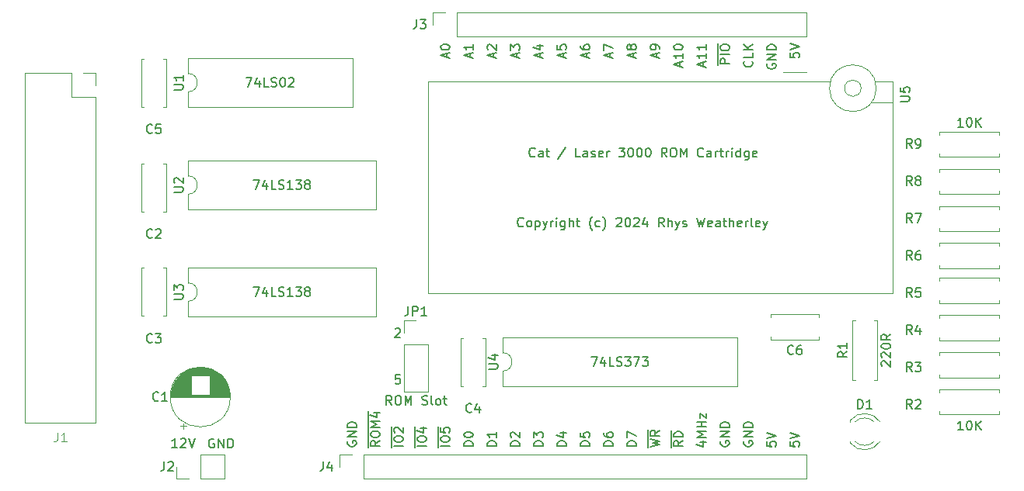
<source format=gbr>
G04 #@! TF.GenerationSoftware,KiCad,Pcbnew,7.0.10-7.0.10~ubuntu22.04.1*
G04 #@! TF.CreationDate,2024-08-31T13:48:36+10:00*
G04 #@! TF.ProjectId,Cat_ROM_Cartridge,4361745f-524f-44d5-9f43-617274726964,rev?*
G04 #@! TF.SameCoordinates,Original*
G04 #@! TF.FileFunction,Legend,Top*
G04 #@! TF.FilePolarity,Positive*
%FSLAX46Y46*%
G04 Gerber Fmt 4.6, Leading zero omitted, Abs format (unit mm)*
G04 Created by KiCad (PCBNEW 7.0.10-7.0.10~ubuntu22.04.1) date 2024-08-31 13:48:36*
%MOMM*%
%LPD*%
G01*
G04 APERTURE LIST*
%ADD10C,0.150000*%
%ADD11C,0.100000*%
%ADD12C,0.120000*%
G04 APERTURE END LIST*
D10*
X113534819Y-101898220D02*
X112534819Y-101898220D01*
X112534819Y-101231554D02*
X112534819Y-101041078D01*
X112534819Y-101041078D02*
X112582438Y-100945840D01*
X112582438Y-100945840D02*
X112677676Y-100850602D01*
X112677676Y-100850602D02*
X112868152Y-100802983D01*
X112868152Y-100802983D02*
X113201485Y-100802983D01*
X113201485Y-100802983D02*
X113391961Y-100850602D01*
X113391961Y-100850602D02*
X113487200Y-100945840D01*
X113487200Y-100945840D02*
X113534819Y-101041078D01*
X113534819Y-101041078D02*
X113534819Y-101231554D01*
X113534819Y-101231554D02*
X113487200Y-101326792D01*
X113487200Y-101326792D02*
X113391961Y-101422030D01*
X113391961Y-101422030D02*
X113201485Y-101469649D01*
X113201485Y-101469649D02*
X112868152Y-101469649D01*
X112868152Y-101469649D02*
X112677676Y-101422030D01*
X112677676Y-101422030D02*
X112582438Y-101326792D01*
X112582438Y-101326792D02*
X112534819Y-101231554D01*
X112868152Y-99945840D02*
X113534819Y-99945840D01*
X112487200Y-100183935D02*
X113201485Y-100422030D01*
X113201485Y-100422030D02*
X113201485Y-99802983D01*
X112257200Y-102036316D02*
X112257200Y-99760126D01*
X110144160Y-89135057D02*
X110191779Y-89087438D01*
X110191779Y-89087438D02*
X110287017Y-89039819D01*
X110287017Y-89039819D02*
X110525112Y-89039819D01*
X110525112Y-89039819D02*
X110620350Y-89087438D01*
X110620350Y-89087438D02*
X110667969Y-89135057D01*
X110667969Y-89135057D02*
X110715588Y-89230295D01*
X110715588Y-89230295D02*
X110715588Y-89325533D01*
X110715588Y-89325533D02*
X110667969Y-89468390D01*
X110667969Y-89468390D02*
X110096541Y-90039819D01*
X110096541Y-90039819D02*
X110715588Y-90039819D01*
X125368207Y-70259580D02*
X125320588Y-70307200D01*
X125320588Y-70307200D02*
X125177731Y-70354819D01*
X125177731Y-70354819D02*
X125082493Y-70354819D01*
X125082493Y-70354819D02*
X124939636Y-70307200D01*
X124939636Y-70307200D02*
X124844398Y-70211961D01*
X124844398Y-70211961D02*
X124796779Y-70116723D01*
X124796779Y-70116723D02*
X124749160Y-69926247D01*
X124749160Y-69926247D02*
X124749160Y-69783390D01*
X124749160Y-69783390D02*
X124796779Y-69592914D01*
X124796779Y-69592914D02*
X124844398Y-69497676D01*
X124844398Y-69497676D02*
X124939636Y-69402438D01*
X124939636Y-69402438D02*
X125082493Y-69354819D01*
X125082493Y-69354819D02*
X125177731Y-69354819D01*
X125177731Y-69354819D02*
X125320588Y-69402438D01*
X125320588Y-69402438D02*
X125368207Y-69450057D01*
X126225350Y-70354819D02*
X126225350Y-69831009D01*
X126225350Y-69831009D02*
X126177731Y-69735771D01*
X126177731Y-69735771D02*
X126082493Y-69688152D01*
X126082493Y-69688152D02*
X125892017Y-69688152D01*
X125892017Y-69688152D02*
X125796779Y-69735771D01*
X126225350Y-70307200D02*
X126130112Y-70354819D01*
X126130112Y-70354819D02*
X125892017Y-70354819D01*
X125892017Y-70354819D02*
X125796779Y-70307200D01*
X125796779Y-70307200D02*
X125749160Y-70211961D01*
X125749160Y-70211961D02*
X125749160Y-70116723D01*
X125749160Y-70116723D02*
X125796779Y-70021485D01*
X125796779Y-70021485D02*
X125892017Y-69973866D01*
X125892017Y-69973866D02*
X126130112Y-69973866D01*
X126130112Y-69973866D02*
X126225350Y-69926247D01*
X126558684Y-69688152D02*
X126939636Y-69688152D01*
X126701541Y-69354819D02*
X126701541Y-70211961D01*
X126701541Y-70211961D02*
X126749160Y-70307200D01*
X126749160Y-70307200D02*
X126844398Y-70354819D01*
X126844398Y-70354819D02*
X126939636Y-70354819D01*
X128749160Y-69307200D02*
X127892018Y-70592914D01*
X130320589Y-70354819D02*
X129844399Y-70354819D01*
X129844399Y-70354819D02*
X129844399Y-69354819D01*
X131082494Y-70354819D02*
X131082494Y-69831009D01*
X131082494Y-69831009D02*
X131034875Y-69735771D01*
X131034875Y-69735771D02*
X130939637Y-69688152D01*
X130939637Y-69688152D02*
X130749161Y-69688152D01*
X130749161Y-69688152D02*
X130653923Y-69735771D01*
X131082494Y-70307200D02*
X130987256Y-70354819D01*
X130987256Y-70354819D02*
X130749161Y-70354819D01*
X130749161Y-70354819D02*
X130653923Y-70307200D01*
X130653923Y-70307200D02*
X130606304Y-70211961D01*
X130606304Y-70211961D02*
X130606304Y-70116723D01*
X130606304Y-70116723D02*
X130653923Y-70021485D01*
X130653923Y-70021485D02*
X130749161Y-69973866D01*
X130749161Y-69973866D02*
X130987256Y-69973866D01*
X130987256Y-69973866D02*
X131082494Y-69926247D01*
X131511066Y-70307200D02*
X131606304Y-70354819D01*
X131606304Y-70354819D02*
X131796780Y-70354819D01*
X131796780Y-70354819D02*
X131892018Y-70307200D01*
X131892018Y-70307200D02*
X131939637Y-70211961D01*
X131939637Y-70211961D02*
X131939637Y-70164342D01*
X131939637Y-70164342D02*
X131892018Y-70069104D01*
X131892018Y-70069104D02*
X131796780Y-70021485D01*
X131796780Y-70021485D02*
X131653923Y-70021485D01*
X131653923Y-70021485D02*
X131558685Y-69973866D01*
X131558685Y-69973866D02*
X131511066Y-69878628D01*
X131511066Y-69878628D02*
X131511066Y-69831009D01*
X131511066Y-69831009D02*
X131558685Y-69735771D01*
X131558685Y-69735771D02*
X131653923Y-69688152D01*
X131653923Y-69688152D02*
X131796780Y-69688152D01*
X131796780Y-69688152D02*
X131892018Y-69735771D01*
X132749161Y-70307200D02*
X132653923Y-70354819D01*
X132653923Y-70354819D02*
X132463447Y-70354819D01*
X132463447Y-70354819D02*
X132368209Y-70307200D01*
X132368209Y-70307200D02*
X132320590Y-70211961D01*
X132320590Y-70211961D02*
X132320590Y-69831009D01*
X132320590Y-69831009D02*
X132368209Y-69735771D01*
X132368209Y-69735771D02*
X132463447Y-69688152D01*
X132463447Y-69688152D02*
X132653923Y-69688152D01*
X132653923Y-69688152D02*
X132749161Y-69735771D01*
X132749161Y-69735771D02*
X132796780Y-69831009D01*
X132796780Y-69831009D02*
X132796780Y-69926247D01*
X132796780Y-69926247D02*
X132320590Y-70021485D01*
X133225352Y-70354819D02*
X133225352Y-69688152D01*
X133225352Y-69878628D02*
X133272971Y-69783390D01*
X133272971Y-69783390D02*
X133320590Y-69735771D01*
X133320590Y-69735771D02*
X133415828Y-69688152D01*
X133415828Y-69688152D02*
X133511066Y-69688152D01*
X134511067Y-69354819D02*
X135130114Y-69354819D01*
X135130114Y-69354819D02*
X134796781Y-69735771D01*
X134796781Y-69735771D02*
X134939638Y-69735771D01*
X134939638Y-69735771D02*
X135034876Y-69783390D01*
X135034876Y-69783390D02*
X135082495Y-69831009D01*
X135082495Y-69831009D02*
X135130114Y-69926247D01*
X135130114Y-69926247D02*
X135130114Y-70164342D01*
X135130114Y-70164342D02*
X135082495Y-70259580D01*
X135082495Y-70259580D02*
X135034876Y-70307200D01*
X135034876Y-70307200D02*
X134939638Y-70354819D01*
X134939638Y-70354819D02*
X134653924Y-70354819D01*
X134653924Y-70354819D02*
X134558686Y-70307200D01*
X134558686Y-70307200D02*
X134511067Y-70259580D01*
X135749162Y-69354819D02*
X135844400Y-69354819D01*
X135844400Y-69354819D02*
X135939638Y-69402438D01*
X135939638Y-69402438D02*
X135987257Y-69450057D01*
X135987257Y-69450057D02*
X136034876Y-69545295D01*
X136034876Y-69545295D02*
X136082495Y-69735771D01*
X136082495Y-69735771D02*
X136082495Y-69973866D01*
X136082495Y-69973866D02*
X136034876Y-70164342D01*
X136034876Y-70164342D02*
X135987257Y-70259580D01*
X135987257Y-70259580D02*
X135939638Y-70307200D01*
X135939638Y-70307200D02*
X135844400Y-70354819D01*
X135844400Y-70354819D02*
X135749162Y-70354819D01*
X135749162Y-70354819D02*
X135653924Y-70307200D01*
X135653924Y-70307200D02*
X135606305Y-70259580D01*
X135606305Y-70259580D02*
X135558686Y-70164342D01*
X135558686Y-70164342D02*
X135511067Y-69973866D01*
X135511067Y-69973866D02*
X135511067Y-69735771D01*
X135511067Y-69735771D02*
X135558686Y-69545295D01*
X135558686Y-69545295D02*
X135606305Y-69450057D01*
X135606305Y-69450057D02*
X135653924Y-69402438D01*
X135653924Y-69402438D02*
X135749162Y-69354819D01*
X136701543Y-69354819D02*
X136796781Y-69354819D01*
X136796781Y-69354819D02*
X136892019Y-69402438D01*
X136892019Y-69402438D02*
X136939638Y-69450057D01*
X136939638Y-69450057D02*
X136987257Y-69545295D01*
X136987257Y-69545295D02*
X137034876Y-69735771D01*
X137034876Y-69735771D02*
X137034876Y-69973866D01*
X137034876Y-69973866D02*
X136987257Y-70164342D01*
X136987257Y-70164342D02*
X136939638Y-70259580D01*
X136939638Y-70259580D02*
X136892019Y-70307200D01*
X136892019Y-70307200D02*
X136796781Y-70354819D01*
X136796781Y-70354819D02*
X136701543Y-70354819D01*
X136701543Y-70354819D02*
X136606305Y-70307200D01*
X136606305Y-70307200D02*
X136558686Y-70259580D01*
X136558686Y-70259580D02*
X136511067Y-70164342D01*
X136511067Y-70164342D02*
X136463448Y-69973866D01*
X136463448Y-69973866D02*
X136463448Y-69735771D01*
X136463448Y-69735771D02*
X136511067Y-69545295D01*
X136511067Y-69545295D02*
X136558686Y-69450057D01*
X136558686Y-69450057D02*
X136606305Y-69402438D01*
X136606305Y-69402438D02*
X136701543Y-69354819D01*
X137653924Y-69354819D02*
X137749162Y-69354819D01*
X137749162Y-69354819D02*
X137844400Y-69402438D01*
X137844400Y-69402438D02*
X137892019Y-69450057D01*
X137892019Y-69450057D02*
X137939638Y-69545295D01*
X137939638Y-69545295D02*
X137987257Y-69735771D01*
X137987257Y-69735771D02*
X137987257Y-69973866D01*
X137987257Y-69973866D02*
X137939638Y-70164342D01*
X137939638Y-70164342D02*
X137892019Y-70259580D01*
X137892019Y-70259580D02*
X137844400Y-70307200D01*
X137844400Y-70307200D02*
X137749162Y-70354819D01*
X137749162Y-70354819D02*
X137653924Y-70354819D01*
X137653924Y-70354819D02*
X137558686Y-70307200D01*
X137558686Y-70307200D02*
X137511067Y-70259580D01*
X137511067Y-70259580D02*
X137463448Y-70164342D01*
X137463448Y-70164342D02*
X137415829Y-69973866D01*
X137415829Y-69973866D02*
X137415829Y-69735771D01*
X137415829Y-69735771D02*
X137463448Y-69545295D01*
X137463448Y-69545295D02*
X137511067Y-69450057D01*
X137511067Y-69450057D02*
X137558686Y-69402438D01*
X137558686Y-69402438D02*
X137653924Y-69354819D01*
X139749162Y-70354819D02*
X139415829Y-69878628D01*
X139177734Y-70354819D02*
X139177734Y-69354819D01*
X139177734Y-69354819D02*
X139558686Y-69354819D01*
X139558686Y-69354819D02*
X139653924Y-69402438D01*
X139653924Y-69402438D02*
X139701543Y-69450057D01*
X139701543Y-69450057D02*
X139749162Y-69545295D01*
X139749162Y-69545295D02*
X139749162Y-69688152D01*
X139749162Y-69688152D02*
X139701543Y-69783390D01*
X139701543Y-69783390D02*
X139653924Y-69831009D01*
X139653924Y-69831009D02*
X139558686Y-69878628D01*
X139558686Y-69878628D02*
X139177734Y-69878628D01*
X140368210Y-69354819D02*
X140558686Y-69354819D01*
X140558686Y-69354819D02*
X140653924Y-69402438D01*
X140653924Y-69402438D02*
X140749162Y-69497676D01*
X140749162Y-69497676D02*
X140796781Y-69688152D01*
X140796781Y-69688152D02*
X140796781Y-70021485D01*
X140796781Y-70021485D02*
X140749162Y-70211961D01*
X140749162Y-70211961D02*
X140653924Y-70307200D01*
X140653924Y-70307200D02*
X140558686Y-70354819D01*
X140558686Y-70354819D02*
X140368210Y-70354819D01*
X140368210Y-70354819D02*
X140272972Y-70307200D01*
X140272972Y-70307200D02*
X140177734Y-70211961D01*
X140177734Y-70211961D02*
X140130115Y-70021485D01*
X140130115Y-70021485D02*
X140130115Y-69688152D01*
X140130115Y-69688152D02*
X140177734Y-69497676D01*
X140177734Y-69497676D02*
X140272972Y-69402438D01*
X140272972Y-69402438D02*
X140368210Y-69354819D01*
X141225353Y-70354819D02*
X141225353Y-69354819D01*
X141225353Y-69354819D02*
X141558686Y-70069104D01*
X141558686Y-70069104D02*
X141892019Y-69354819D01*
X141892019Y-69354819D02*
X141892019Y-70354819D01*
X143701543Y-70259580D02*
X143653924Y-70307200D01*
X143653924Y-70307200D02*
X143511067Y-70354819D01*
X143511067Y-70354819D02*
X143415829Y-70354819D01*
X143415829Y-70354819D02*
X143272972Y-70307200D01*
X143272972Y-70307200D02*
X143177734Y-70211961D01*
X143177734Y-70211961D02*
X143130115Y-70116723D01*
X143130115Y-70116723D02*
X143082496Y-69926247D01*
X143082496Y-69926247D02*
X143082496Y-69783390D01*
X143082496Y-69783390D02*
X143130115Y-69592914D01*
X143130115Y-69592914D02*
X143177734Y-69497676D01*
X143177734Y-69497676D02*
X143272972Y-69402438D01*
X143272972Y-69402438D02*
X143415829Y-69354819D01*
X143415829Y-69354819D02*
X143511067Y-69354819D01*
X143511067Y-69354819D02*
X143653924Y-69402438D01*
X143653924Y-69402438D02*
X143701543Y-69450057D01*
X144558686Y-70354819D02*
X144558686Y-69831009D01*
X144558686Y-69831009D02*
X144511067Y-69735771D01*
X144511067Y-69735771D02*
X144415829Y-69688152D01*
X144415829Y-69688152D02*
X144225353Y-69688152D01*
X144225353Y-69688152D02*
X144130115Y-69735771D01*
X144558686Y-70307200D02*
X144463448Y-70354819D01*
X144463448Y-70354819D02*
X144225353Y-70354819D01*
X144225353Y-70354819D02*
X144130115Y-70307200D01*
X144130115Y-70307200D02*
X144082496Y-70211961D01*
X144082496Y-70211961D02*
X144082496Y-70116723D01*
X144082496Y-70116723D02*
X144130115Y-70021485D01*
X144130115Y-70021485D02*
X144225353Y-69973866D01*
X144225353Y-69973866D02*
X144463448Y-69973866D01*
X144463448Y-69973866D02*
X144558686Y-69926247D01*
X145034877Y-70354819D02*
X145034877Y-69688152D01*
X145034877Y-69878628D02*
X145082496Y-69783390D01*
X145082496Y-69783390D02*
X145130115Y-69735771D01*
X145130115Y-69735771D02*
X145225353Y-69688152D01*
X145225353Y-69688152D02*
X145320591Y-69688152D01*
X145511068Y-69688152D02*
X145892020Y-69688152D01*
X145653925Y-69354819D02*
X145653925Y-70211961D01*
X145653925Y-70211961D02*
X145701544Y-70307200D01*
X145701544Y-70307200D02*
X145796782Y-70354819D01*
X145796782Y-70354819D02*
X145892020Y-70354819D01*
X146225354Y-70354819D02*
X146225354Y-69688152D01*
X146225354Y-69878628D02*
X146272973Y-69783390D01*
X146272973Y-69783390D02*
X146320592Y-69735771D01*
X146320592Y-69735771D02*
X146415830Y-69688152D01*
X146415830Y-69688152D02*
X146511068Y-69688152D01*
X146844402Y-70354819D02*
X146844402Y-69688152D01*
X146844402Y-69354819D02*
X146796783Y-69402438D01*
X146796783Y-69402438D02*
X146844402Y-69450057D01*
X146844402Y-69450057D02*
X146892021Y-69402438D01*
X146892021Y-69402438D02*
X146844402Y-69354819D01*
X146844402Y-69354819D02*
X146844402Y-69450057D01*
X147749163Y-70354819D02*
X147749163Y-69354819D01*
X147749163Y-70307200D02*
X147653925Y-70354819D01*
X147653925Y-70354819D02*
X147463449Y-70354819D01*
X147463449Y-70354819D02*
X147368211Y-70307200D01*
X147368211Y-70307200D02*
X147320592Y-70259580D01*
X147320592Y-70259580D02*
X147272973Y-70164342D01*
X147272973Y-70164342D02*
X147272973Y-69878628D01*
X147272973Y-69878628D02*
X147320592Y-69783390D01*
X147320592Y-69783390D02*
X147368211Y-69735771D01*
X147368211Y-69735771D02*
X147463449Y-69688152D01*
X147463449Y-69688152D02*
X147653925Y-69688152D01*
X147653925Y-69688152D02*
X147749163Y-69735771D01*
X148653925Y-69688152D02*
X148653925Y-70497676D01*
X148653925Y-70497676D02*
X148606306Y-70592914D01*
X148606306Y-70592914D02*
X148558687Y-70640533D01*
X148558687Y-70640533D02*
X148463449Y-70688152D01*
X148463449Y-70688152D02*
X148320592Y-70688152D01*
X148320592Y-70688152D02*
X148225354Y-70640533D01*
X148653925Y-70307200D02*
X148558687Y-70354819D01*
X148558687Y-70354819D02*
X148368211Y-70354819D01*
X148368211Y-70354819D02*
X148272973Y-70307200D01*
X148272973Y-70307200D02*
X148225354Y-70259580D01*
X148225354Y-70259580D02*
X148177735Y-70164342D01*
X148177735Y-70164342D02*
X148177735Y-69878628D01*
X148177735Y-69878628D02*
X148225354Y-69783390D01*
X148225354Y-69783390D02*
X148272973Y-69735771D01*
X148272973Y-69735771D02*
X148368211Y-69688152D01*
X148368211Y-69688152D02*
X148558687Y-69688152D01*
X148558687Y-69688152D02*
X148653925Y-69735771D01*
X149511068Y-70307200D02*
X149415830Y-70354819D01*
X149415830Y-70354819D02*
X149225354Y-70354819D01*
X149225354Y-70354819D02*
X149130116Y-70307200D01*
X149130116Y-70307200D02*
X149082497Y-70211961D01*
X149082497Y-70211961D02*
X149082497Y-69831009D01*
X149082497Y-69831009D02*
X149130116Y-69735771D01*
X149130116Y-69735771D02*
X149225354Y-69688152D01*
X149225354Y-69688152D02*
X149415830Y-69688152D01*
X149415830Y-69688152D02*
X149511068Y-69735771D01*
X149511068Y-69735771D02*
X149558687Y-69831009D01*
X149558687Y-69831009D02*
X149558687Y-69926247D01*
X149558687Y-69926247D02*
X149082497Y-70021485D01*
X153174819Y-101422030D02*
X153174819Y-101898220D01*
X153174819Y-101898220D02*
X153651009Y-101945839D01*
X153651009Y-101945839D02*
X153603390Y-101898220D01*
X153603390Y-101898220D02*
X153555771Y-101802982D01*
X153555771Y-101802982D02*
X153555771Y-101564887D01*
X153555771Y-101564887D02*
X153603390Y-101469649D01*
X153603390Y-101469649D02*
X153651009Y-101422030D01*
X153651009Y-101422030D02*
X153746247Y-101374411D01*
X153746247Y-101374411D02*
X153984342Y-101374411D01*
X153984342Y-101374411D02*
X154079580Y-101422030D01*
X154079580Y-101422030D02*
X154127200Y-101469649D01*
X154127200Y-101469649D02*
X154174819Y-101564887D01*
X154174819Y-101564887D02*
X154174819Y-101802982D01*
X154174819Y-101802982D02*
X154127200Y-101898220D01*
X154127200Y-101898220D02*
X154079580Y-101945839D01*
X153174819Y-101088696D02*
X154174819Y-100755363D01*
X154174819Y-100755363D02*
X153174819Y-100422030D01*
X123409104Y-59502731D02*
X123409104Y-59026541D01*
X123694819Y-59597969D02*
X122694819Y-59264636D01*
X122694819Y-59264636D02*
X123694819Y-58931303D01*
X122694819Y-58693207D02*
X122694819Y-58074160D01*
X122694819Y-58074160D02*
X123075771Y-58407493D01*
X123075771Y-58407493D02*
X123075771Y-58264636D01*
X123075771Y-58264636D02*
X123123390Y-58169398D01*
X123123390Y-58169398D02*
X123171009Y-58121779D01*
X123171009Y-58121779D02*
X123266247Y-58074160D01*
X123266247Y-58074160D02*
X123504342Y-58074160D01*
X123504342Y-58074160D02*
X123599580Y-58121779D01*
X123599580Y-58121779D02*
X123647200Y-58169398D01*
X123647200Y-58169398D02*
X123694819Y-58264636D01*
X123694819Y-58264636D02*
X123694819Y-58550350D01*
X123694819Y-58550350D02*
X123647200Y-58645588D01*
X123647200Y-58645588D02*
X123599580Y-58693207D01*
X115789104Y-59502731D02*
X115789104Y-59026541D01*
X116074819Y-59597969D02*
X115074819Y-59264636D01*
X115074819Y-59264636D02*
X116074819Y-58931303D01*
X115074819Y-58407493D02*
X115074819Y-58312255D01*
X115074819Y-58312255D02*
X115122438Y-58217017D01*
X115122438Y-58217017D02*
X115170057Y-58169398D01*
X115170057Y-58169398D02*
X115265295Y-58121779D01*
X115265295Y-58121779D02*
X115455771Y-58074160D01*
X115455771Y-58074160D02*
X115693866Y-58074160D01*
X115693866Y-58074160D02*
X115884342Y-58121779D01*
X115884342Y-58121779D02*
X115979580Y-58169398D01*
X115979580Y-58169398D02*
X116027200Y-58217017D01*
X116027200Y-58217017D02*
X116074819Y-58312255D01*
X116074819Y-58312255D02*
X116074819Y-58407493D01*
X116074819Y-58407493D02*
X116027200Y-58502731D01*
X116027200Y-58502731D02*
X115979580Y-58550350D01*
X115979580Y-58550350D02*
X115884342Y-58597969D01*
X115884342Y-58597969D02*
X115693866Y-58645588D01*
X115693866Y-58645588D02*
X115455771Y-58645588D01*
X115455771Y-58645588D02*
X115265295Y-58597969D01*
X115265295Y-58597969D02*
X115170057Y-58550350D01*
X115170057Y-58550350D02*
X115122438Y-58502731D01*
X115122438Y-58502731D02*
X115074819Y-58407493D01*
X141189104Y-60455112D02*
X141189104Y-59978922D01*
X141474819Y-60550350D02*
X140474819Y-60217017D01*
X140474819Y-60217017D02*
X141474819Y-59883684D01*
X141474819Y-59026541D02*
X141474819Y-59597969D01*
X141474819Y-59312255D02*
X140474819Y-59312255D01*
X140474819Y-59312255D02*
X140617676Y-59407493D01*
X140617676Y-59407493D02*
X140712914Y-59502731D01*
X140712914Y-59502731D02*
X140760533Y-59597969D01*
X140474819Y-58407493D02*
X140474819Y-58312255D01*
X140474819Y-58312255D02*
X140522438Y-58217017D01*
X140522438Y-58217017D02*
X140570057Y-58169398D01*
X140570057Y-58169398D02*
X140665295Y-58121779D01*
X140665295Y-58121779D02*
X140855771Y-58074160D01*
X140855771Y-58074160D02*
X141093866Y-58074160D01*
X141093866Y-58074160D02*
X141284342Y-58121779D01*
X141284342Y-58121779D02*
X141379580Y-58169398D01*
X141379580Y-58169398D02*
X141427200Y-58217017D01*
X141427200Y-58217017D02*
X141474819Y-58312255D01*
X141474819Y-58312255D02*
X141474819Y-58407493D01*
X141474819Y-58407493D02*
X141427200Y-58502731D01*
X141427200Y-58502731D02*
X141379580Y-58550350D01*
X141379580Y-58550350D02*
X141284342Y-58597969D01*
X141284342Y-58597969D02*
X141093866Y-58645588D01*
X141093866Y-58645588D02*
X140855771Y-58645588D01*
X140855771Y-58645588D02*
X140665295Y-58597969D01*
X140665295Y-58597969D02*
X140570057Y-58550350D01*
X140570057Y-58550350D02*
X140522438Y-58502731D01*
X140522438Y-58502731D02*
X140474819Y-58407493D01*
X136394819Y-101898220D02*
X135394819Y-101898220D01*
X135394819Y-101898220D02*
X135394819Y-101660125D01*
X135394819Y-101660125D02*
X135442438Y-101517268D01*
X135442438Y-101517268D02*
X135537676Y-101422030D01*
X135537676Y-101422030D02*
X135632914Y-101374411D01*
X135632914Y-101374411D02*
X135823390Y-101326792D01*
X135823390Y-101326792D02*
X135966247Y-101326792D01*
X135966247Y-101326792D02*
X136156723Y-101374411D01*
X136156723Y-101374411D02*
X136251961Y-101422030D01*
X136251961Y-101422030D02*
X136347200Y-101517268D01*
X136347200Y-101517268D02*
X136394819Y-101660125D01*
X136394819Y-101660125D02*
X136394819Y-101898220D01*
X135394819Y-100993458D02*
X135394819Y-100326792D01*
X135394819Y-100326792D02*
X136394819Y-100755363D01*
X137934819Y-101993458D02*
X138934819Y-101755363D01*
X138934819Y-101755363D02*
X138220533Y-101564887D01*
X138220533Y-101564887D02*
X138934819Y-101374411D01*
X138934819Y-101374411D02*
X137934819Y-101136316D01*
X138934819Y-100183935D02*
X138458628Y-100517268D01*
X138934819Y-100755363D02*
X137934819Y-100755363D01*
X137934819Y-100755363D02*
X137934819Y-100374411D01*
X137934819Y-100374411D02*
X137982438Y-100279173D01*
X137982438Y-100279173D02*
X138030057Y-100231554D01*
X138030057Y-100231554D02*
X138125295Y-100183935D01*
X138125295Y-100183935D02*
X138268152Y-100183935D01*
X138268152Y-100183935D02*
X138363390Y-100231554D01*
X138363390Y-100231554D02*
X138411009Y-100279173D01*
X138411009Y-100279173D02*
X138458628Y-100374411D01*
X138458628Y-100374411D02*
X138458628Y-100755363D01*
X137657200Y-102036316D02*
X137657200Y-100093459D01*
X131029104Y-59502731D02*
X131029104Y-59026541D01*
X131314819Y-59597969D02*
X130314819Y-59264636D01*
X130314819Y-59264636D02*
X131314819Y-58931303D01*
X130314819Y-58169398D02*
X130314819Y-58359874D01*
X130314819Y-58359874D02*
X130362438Y-58455112D01*
X130362438Y-58455112D02*
X130410057Y-58502731D01*
X130410057Y-58502731D02*
X130552914Y-58597969D01*
X130552914Y-58597969D02*
X130743390Y-58645588D01*
X130743390Y-58645588D02*
X131124342Y-58645588D01*
X131124342Y-58645588D02*
X131219580Y-58597969D01*
X131219580Y-58597969D02*
X131267200Y-58550350D01*
X131267200Y-58550350D02*
X131314819Y-58455112D01*
X131314819Y-58455112D02*
X131314819Y-58264636D01*
X131314819Y-58264636D02*
X131267200Y-58169398D01*
X131267200Y-58169398D02*
X131219580Y-58121779D01*
X131219580Y-58121779D02*
X131124342Y-58074160D01*
X131124342Y-58074160D02*
X130886247Y-58074160D01*
X130886247Y-58074160D02*
X130791009Y-58121779D01*
X130791009Y-58121779D02*
X130743390Y-58169398D01*
X130743390Y-58169398D02*
X130695771Y-58264636D01*
X130695771Y-58264636D02*
X130695771Y-58455112D01*
X130695771Y-58455112D02*
X130743390Y-58550350D01*
X130743390Y-58550350D02*
X130791009Y-58597969D01*
X130791009Y-58597969D02*
X130886247Y-58645588D01*
X108454819Y-101326792D02*
X107978628Y-101660125D01*
X108454819Y-101898220D02*
X107454819Y-101898220D01*
X107454819Y-101898220D02*
X107454819Y-101517268D01*
X107454819Y-101517268D02*
X107502438Y-101422030D01*
X107502438Y-101422030D02*
X107550057Y-101374411D01*
X107550057Y-101374411D02*
X107645295Y-101326792D01*
X107645295Y-101326792D02*
X107788152Y-101326792D01*
X107788152Y-101326792D02*
X107883390Y-101374411D01*
X107883390Y-101374411D02*
X107931009Y-101422030D01*
X107931009Y-101422030D02*
X107978628Y-101517268D01*
X107978628Y-101517268D02*
X107978628Y-101898220D01*
X107454819Y-100707744D02*
X107454819Y-100517268D01*
X107454819Y-100517268D02*
X107502438Y-100422030D01*
X107502438Y-100422030D02*
X107597676Y-100326792D01*
X107597676Y-100326792D02*
X107788152Y-100279173D01*
X107788152Y-100279173D02*
X108121485Y-100279173D01*
X108121485Y-100279173D02*
X108311961Y-100326792D01*
X108311961Y-100326792D02*
X108407200Y-100422030D01*
X108407200Y-100422030D02*
X108454819Y-100517268D01*
X108454819Y-100517268D02*
X108454819Y-100707744D01*
X108454819Y-100707744D02*
X108407200Y-100802982D01*
X108407200Y-100802982D02*
X108311961Y-100898220D01*
X108311961Y-100898220D02*
X108121485Y-100945839D01*
X108121485Y-100945839D02*
X107788152Y-100945839D01*
X107788152Y-100945839D02*
X107597676Y-100898220D01*
X107597676Y-100898220D02*
X107502438Y-100802982D01*
X107502438Y-100802982D02*
X107454819Y-100707744D01*
X108454819Y-99850601D02*
X107454819Y-99850601D01*
X107454819Y-99850601D02*
X108169104Y-99517268D01*
X108169104Y-99517268D02*
X107454819Y-99183935D01*
X107454819Y-99183935D02*
X108454819Y-99183935D01*
X107788152Y-98279173D02*
X108454819Y-98279173D01*
X107407200Y-98517268D02*
X108121485Y-98755363D01*
X108121485Y-98755363D02*
X108121485Y-98136316D01*
X107177200Y-102036316D02*
X107177200Y-98093459D01*
X150634819Y-101422030D02*
X150634819Y-101898220D01*
X150634819Y-101898220D02*
X151111009Y-101945839D01*
X151111009Y-101945839D02*
X151063390Y-101898220D01*
X151063390Y-101898220D02*
X151015771Y-101802982D01*
X151015771Y-101802982D02*
X151015771Y-101564887D01*
X151015771Y-101564887D02*
X151063390Y-101469649D01*
X151063390Y-101469649D02*
X151111009Y-101422030D01*
X151111009Y-101422030D02*
X151206247Y-101374411D01*
X151206247Y-101374411D02*
X151444342Y-101374411D01*
X151444342Y-101374411D02*
X151539580Y-101422030D01*
X151539580Y-101422030D02*
X151587200Y-101469649D01*
X151587200Y-101469649D02*
X151634819Y-101564887D01*
X151634819Y-101564887D02*
X151634819Y-101802982D01*
X151634819Y-101802982D02*
X151587200Y-101898220D01*
X151587200Y-101898220D02*
X151539580Y-101945839D01*
X150634819Y-101088696D02*
X151634819Y-100755363D01*
X151634819Y-100755363D02*
X150634819Y-100422030D01*
X128774819Y-101898220D02*
X127774819Y-101898220D01*
X127774819Y-101898220D02*
X127774819Y-101660125D01*
X127774819Y-101660125D02*
X127822438Y-101517268D01*
X127822438Y-101517268D02*
X127917676Y-101422030D01*
X127917676Y-101422030D02*
X128012914Y-101374411D01*
X128012914Y-101374411D02*
X128203390Y-101326792D01*
X128203390Y-101326792D02*
X128346247Y-101326792D01*
X128346247Y-101326792D02*
X128536723Y-101374411D01*
X128536723Y-101374411D02*
X128631961Y-101422030D01*
X128631961Y-101422030D02*
X128727200Y-101517268D01*
X128727200Y-101517268D02*
X128774819Y-101660125D01*
X128774819Y-101660125D02*
X128774819Y-101898220D01*
X128108152Y-100469649D02*
X128774819Y-100469649D01*
X127727200Y-100707744D02*
X128441485Y-100945839D01*
X128441485Y-100945839D02*
X128441485Y-100326792D01*
X138649104Y-59502731D02*
X138649104Y-59026541D01*
X138934819Y-59597969D02*
X137934819Y-59264636D01*
X137934819Y-59264636D02*
X138934819Y-58931303D01*
X138934819Y-58550350D02*
X138934819Y-58359874D01*
X138934819Y-58359874D02*
X138887200Y-58264636D01*
X138887200Y-58264636D02*
X138839580Y-58217017D01*
X138839580Y-58217017D02*
X138696723Y-58121779D01*
X138696723Y-58121779D02*
X138506247Y-58074160D01*
X138506247Y-58074160D02*
X138125295Y-58074160D01*
X138125295Y-58074160D02*
X138030057Y-58121779D01*
X138030057Y-58121779D02*
X137982438Y-58169398D01*
X137982438Y-58169398D02*
X137934819Y-58264636D01*
X137934819Y-58264636D02*
X137934819Y-58455112D01*
X137934819Y-58455112D02*
X137982438Y-58550350D01*
X137982438Y-58550350D02*
X138030057Y-58597969D01*
X138030057Y-58597969D02*
X138125295Y-58645588D01*
X138125295Y-58645588D02*
X138363390Y-58645588D01*
X138363390Y-58645588D02*
X138458628Y-58597969D01*
X138458628Y-58597969D02*
X138506247Y-58550350D01*
X138506247Y-58550350D02*
X138553866Y-58455112D01*
X138553866Y-58455112D02*
X138553866Y-58264636D01*
X138553866Y-58264636D02*
X138506247Y-58169398D01*
X138506247Y-58169398D02*
X138458628Y-58121779D01*
X138458628Y-58121779D02*
X138363390Y-58074160D01*
X143348152Y-101469649D02*
X144014819Y-101469649D01*
X142967200Y-101707744D02*
X143681485Y-101945839D01*
X143681485Y-101945839D02*
X143681485Y-101326792D01*
X144014819Y-100945839D02*
X143014819Y-100945839D01*
X143014819Y-100945839D02*
X143729104Y-100612506D01*
X143729104Y-100612506D02*
X143014819Y-100279173D01*
X143014819Y-100279173D02*
X144014819Y-100279173D01*
X144014819Y-99802982D02*
X143014819Y-99802982D01*
X143491009Y-99802982D02*
X143491009Y-99231554D01*
X144014819Y-99231554D02*
X143014819Y-99231554D01*
X143348152Y-98850601D02*
X143348152Y-98326792D01*
X143348152Y-98326792D02*
X144014819Y-98850601D01*
X144014819Y-98850601D02*
X144014819Y-98326792D01*
X148142438Y-101374411D02*
X148094819Y-101469649D01*
X148094819Y-101469649D02*
X148094819Y-101612506D01*
X148094819Y-101612506D02*
X148142438Y-101755363D01*
X148142438Y-101755363D02*
X148237676Y-101850601D01*
X148237676Y-101850601D02*
X148332914Y-101898220D01*
X148332914Y-101898220D02*
X148523390Y-101945839D01*
X148523390Y-101945839D02*
X148666247Y-101945839D01*
X148666247Y-101945839D02*
X148856723Y-101898220D01*
X148856723Y-101898220D02*
X148951961Y-101850601D01*
X148951961Y-101850601D02*
X149047200Y-101755363D01*
X149047200Y-101755363D02*
X149094819Y-101612506D01*
X149094819Y-101612506D02*
X149094819Y-101517268D01*
X149094819Y-101517268D02*
X149047200Y-101374411D01*
X149047200Y-101374411D02*
X148999580Y-101326792D01*
X148999580Y-101326792D02*
X148666247Y-101326792D01*
X148666247Y-101326792D02*
X148666247Y-101517268D01*
X149094819Y-100898220D02*
X148094819Y-100898220D01*
X148094819Y-100898220D02*
X149094819Y-100326792D01*
X149094819Y-100326792D02*
X148094819Y-100326792D01*
X149094819Y-99850601D02*
X148094819Y-99850601D01*
X148094819Y-99850601D02*
X148094819Y-99612506D01*
X148094819Y-99612506D02*
X148142438Y-99469649D01*
X148142438Y-99469649D02*
X148237676Y-99374411D01*
X148237676Y-99374411D02*
X148332914Y-99326792D01*
X148332914Y-99326792D02*
X148523390Y-99279173D01*
X148523390Y-99279173D02*
X148666247Y-99279173D01*
X148666247Y-99279173D02*
X148856723Y-99326792D01*
X148856723Y-99326792D02*
X148951961Y-99374411D01*
X148951961Y-99374411D02*
X149047200Y-99469649D01*
X149047200Y-99469649D02*
X149094819Y-99612506D01*
X149094819Y-99612506D02*
X149094819Y-99850601D01*
X123694819Y-101898220D02*
X122694819Y-101898220D01*
X122694819Y-101898220D02*
X122694819Y-101660125D01*
X122694819Y-101660125D02*
X122742438Y-101517268D01*
X122742438Y-101517268D02*
X122837676Y-101422030D01*
X122837676Y-101422030D02*
X122932914Y-101374411D01*
X122932914Y-101374411D02*
X123123390Y-101326792D01*
X123123390Y-101326792D02*
X123266247Y-101326792D01*
X123266247Y-101326792D02*
X123456723Y-101374411D01*
X123456723Y-101374411D02*
X123551961Y-101422030D01*
X123551961Y-101422030D02*
X123647200Y-101517268D01*
X123647200Y-101517268D02*
X123694819Y-101660125D01*
X123694819Y-101660125D02*
X123694819Y-101898220D01*
X122790057Y-100945839D02*
X122742438Y-100898220D01*
X122742438Y-100898220D02*
X122694819Y-100802982D01*
X122694819Y-100802982D02*
X122694819Y-100564887D01*
X122694819Y-100564887D02*
X122742438Y-100469649D01*
X122742438Y-100469649D02*
X122790057Y-100422030D01*
X122790057Y-100422030D02*
X122885295Y-100374411D01*
X122885295Y-100374411D02*
X122980533Y-100374411D01*
X122980533Y-100374411D02*
X123123390Y-100422030D01*
X123123390Y-100422030D02*
X123694819Y-100993458D01*
X123694819Y-100993458D02*
X123694819Y-100374411D01*
X146554819Y-60169397D02*
X145554819Y-60169397D01*
X145554819Y-60169397D02*
X145554819Y-59788445D01*
X145554819Y-59788445D02*
X145602438Y-59693207D01*
X145602438Y-59693207D02*
X145650057Y-59645588D01*
X145650057Y-59645588D02*
X145745295Y-59597969D01*
X145745295Y-59597969D02*
X145888152Y-59597969D01*
X145888152Y-59597969D02*
X145983390Y-59645588D01*
X145983390Y-59645588D02*
X146031009Y-59693207D01*
X146031009Y-59693207D02*
X146078628Y-59788445D01*
X146078628Y-59788445D02*
X146078628Y-60169397D01*
X146554819Y-59169397D02*
X145554819Y-59169397D01*
X145554819Y-58502731D02*
X145554819Y-58312255D01*
X145554819Y-58312255D02*
X145602438Y-58217017D01*
X145602438Y-58217017D02*
X145697676Y-58121779D01*
X145697676Y-58121779D02*
X145888152Y-58074160D01*
X145888152Y-58074160D02*
X146221485Y-58074160D01*
X146221485Y-58074160D02*
X146411961Y-58121779D01*
X146411961Y-58121779D02*
X146507200Y-58217017D01*
X146507200Y-58217017D02*
X146554819Y-58312255D01*
X146554819Y-58312255D02*
X146554819Y-58502731D01*
X146554819Y-58502731D02*
X146507200Y-58597969D01*
X146507200Y-58597969D02*
X146411961Y-58693207D01*
X146411961Y-58693207D02*
X146221485Y-58740826D01*
X146221485Y-58740826D02*
X145888152Y-58740826D01*
X145888152Y-58740826D02*
X145697676Y-58693207D01*
X145697676Y-58693207D02*
X145602438Y-58597969D01*
X145602438Y-58597969D02*
X145554819Y-58502731D01*
X145277200Y-60307493D02*
X145277200Y-57983684D01*
X104962438Y-101374411D02*
X104914819Y-101469649D01*
X104914819Y-101469649D02*
X104914819Y-101612506D01*
X104914819Y-101612506D02*
X104962438Y-101755363D01*
X104962438Y-101755363D02*
X105057676Y-101850601D01*
X105057676Y-101850601D02*
X105152914Y-101898220D01*
X105152914Y-101898220D02*
X105343390Y-101945839D01*
X105343390Y-101945839D02*
X105486247Y-101945839D01*
X105486247Y-101945839D02*
X105676723Y-101898220D01*
X105676723Y-101898220D02*
X105771961Y-101850601D01*
X105771961Y-101850601D02*
X105867200Y-101755363D01*
X105867200Y-101755363D02*
X105914819Y-101612506D01*
X105914819Y-101612506D02*
X105914819Y-101517268D01*
X105914819Y-101517268D02*
X105867200Y-101374411D01*
X105867200Y-101374411D02*
X105819580Y-101326792D01*
X105819580Y-101326792D02*
X105486247Y-101326792D01*
X105486247Y-101326792D02*
X105486247Y-101517268D01*
X105914819Y-100898220D02*
X104914819Y-100898220D01*
X104914819Y-100898220D02*
X105914819Y-100326792D01*
X105914819Y-100326792D02*
X104914819Y-100326792D01*
X105914819Y-99850601D02*
X104914819Y-99850601D01*
X104914819Y-99850601D02*
X104914819Y-99612506D01*
X104914819Y-99612506D02*
X104962438Y-99469649D01*
X104962438Y-99469649D02*
X105057676Y-99374411D01*
X105057676Y-99374411D02*
X105152914Y-99326792D01*
X105152914Y-99326792D02*
X105343390Y-99279173D01*
X105343390Y-99279173D02*
X105486247Y-99279173D01*
X105486247Y-99279173D02*
X105676723Y-99326792D01*
X105676723Y-99326792D02*
X105771961Y-99374411D01*
X105771961Y-99374411D02*
X105867200Y-99469649D01*
X105867200Y-99469649D02*
X105914819Y-99612506D01*
X105914819Y-99612506D02*
X105914819Y-99850601D01*
X124098207Y-77879580D02*
X124050588Y-77927200D01*
X124050588Y-77927200D02*
X123907731Y-77974819D01*
X123907731Y-77974819D02*
X123812493Y-77974819D01*
X123812493Y-77974819D02*
X123669636Y-77927200D01*
X123669636Y-77927200D02*
X123574398Y-77831961D01*
X123574398Y-77831961D02*
X123526779Y-77736723D01*
X123526779Y-77736723D02*
X123479160Y-77546247D01*
X123479160Y-77546247D02*
X123479160Y-77403390D01*
X123479160Y-77403390D02*
X123526779Y-77212914D01*
X123526779Y-77212914D02*
X123574398Y-77117676D01*
X123574398Y-77117676D02*
X123669636Y-77022438D01*
X123669636Y-77022438D02*
X123812493Y-76974819D01*
X123812493Y-76974819D02*
X123907731Y-76974819D01*
X123907731Y-76974819D02*
X124050588Y-77022438D01*
X124050588Y-77022438D02*
X124098207Y-77070057D01*
X124669636Y-77974819D02*
X124574398Y-77927200D01*
X124574398Y-77927200D02*
X124526779Y-77879580D01*
X124526779Y-77879580D02*
X124479160Y-77784342D01*
X124479160Y-77784342D02*
X124479160Y-77498628D01*
X124479160Y-77498628D02*
X124526779Y-77403390D01*
X124526779Y-77403390D02*
X124574398Y-77355771D01*
X124574398Y-77355771D02*
X124669636Y-77308152D01*
X124669636Y-77308152D02*
X124812493Y-77308152D01*
X124812493Y-77308152D02*
X124907731Y-77355771D01*
X124907731Y-77355771D02*
X124955350Y-77403390D01*
X124955350Y-77403390D02*
X125002969Y-77498628D01*
X125002969Y-77498628D02*
X125002969Y-77784342D01*
X125002969Y-77784342D02*
X124955350Y-77879580D01*
X124955350Y-77879580D02*
X124907731Y-77927200D01*
X124907731Y-77927200D02*
X124812493Y-77974819D01*
X124812493Y-77974819D02*
X124669636Y-77974819D01*
X125431541Y-77308152D02*
X125431541Y-78308152D01*
X125431541Y-77355771D02*
X125526779Y-77308152D01*
X125526779Y-77308152D02*
X125717255Y-77308152D01*
X125717255Y-77308152D02*
X125812493Y-77355771D01*
X125812493Y-77355771D02*
X125860112Y-77403390D01*
X125860112Y-77403390D02*
X125907731Y-77498628D01*
X125907731Y-77498628D02*
X125907731Y-77784342D01*
X125907731Y-77784342D02*
X125860112Y-77879580D01*
X125860112Y-77879580D02*
X125812493Y-77927200D01*
X125812493Y-77927200D02*
X125717255Y-77974819D01*
X125717255Y-77974819D02*
X125526779Y-77974819D01*
X125526779Y-77974819D02*
X125431541Y-77927200D01*
X126241065Y-77308152D02*
X126479160Y-77974819D01*
X126717255Y-77308152D02*
X126479160Y-77974819D01*
X126479160Y-77974819D02*
X126383922Y-78212914D01*
X126383922Y-78212914D02*
X126336303Y-78260533D01*
X126336303Y-78260533D02*
X126241065Y-78308152D01*
X127098208Y-77974819D02*
X127098208Y-77308152D01*
X127098208Y-77498628D02*
X127145827Y-77403390D01*
X127145827Y-77403390D02*
X127193446Y-77355771D01*
X127193446Y-77355771D02*
X127288684Y-77308152D01*
X127288684Y-77308152D02*
X127383922Y-77308152D01*
X127717256Y-77974819D02*
X127717256Y-77308152D01*
X127717256Y-76974819D02*
X127669637Y-77022438D01*
X127669637Y-77022438D02*
X127717256Y-77070057D01*
X127717256Y-77070057D02*
X127764875Y-77022438D01*
X127764875Y-77022438D02*
X127717256Y-76974819D01*
X127717256Y-76974819D02*
X127717256Y-77070057D01*
X128622017Y-77308152D02*
X128622017Y-78117676D01*
X128622017Y-78117676D02*
X128574398Y-78212914D01*
X128574398Y-78212914D02*
X128526779Y-78260533D01*
X128526779Y-78260533D02*
X128431541Y-78308152D01*
X128431541Y-78308152D02*
X128288684Y-78308152D01*
X128288684Y-78308152D02*
X128193446Y-78260533D01*
X128622017Y-77927200D02*
X128526779Y-77974819D01*
X128526779Y-77974819D02*
X128336303Y-77974819D01*
X128336303Y-77974819D02*
X128241065Y-77927200D01*
X128241065Y-77927200D02*
X128193446Y-77879580D01*
X128193446Y-77879580D02*
X128145827Y-77784342D01*
X128145827Y-77784342D02*
X128145827Y-77498628D01*
X128145827Y-77498628D02*
X128193446Y-77403390D01*
X128193446Y-77403390D02*
X128241065Y-77355771D01*
X128241065Y-77355771D02*
X128336303Y-77308152D01*
X128336303Y-77308152D02*
X128526779Y-77308152D01*
X128526779Y-77308152D02*
X128622017Y-77355771D01*
X129098208Y-77974819D02*
X129098208Y-76974819D01*
X129526779Y-77974819D02*
X129526779Y-77451009D01*
X129526779Y-77451009D02*
X129479160Y-77355771D01*
X129479160Y-77355771D02*
X129383922Y-77308152D01*
X129383922Y-77308152D02*
X129241065Y-77308152D01*
X129241065Y-77308152D02*
X129145827Y-77355771D01*
X129145827Y-77355771D02*
X129098208Y-77403390D01*
X129860113Y-77308152D02*
X130241065Y-77308152D01*
X130002970Y-76974819D02*
X130002970Y-77831961D01*
X130002970Y-77831961D02*
X130050589Y-77927200D01*
X130050589Y-77927200D02*
X130145827Y-77974819D01*
X130145827Y-77974819D02*
X130241065Y-77974819D01*
X131622018Y-78355771D02*
X131574399Y-78308152D01*
X131574399Y-78308152D02*
X131479161Y-78165295D01*
X131479161Y-78165295D02*
X131431542Y-78070057D01*
X131431542Y-78070057D02*
X131383923Y-77927200D01*
X131383923Y-77927200D02*
X131336304Y-77689104D01*
X131336304Y-77689104D02*
X131336304Y-77498628D01*
X131336304Y-77498628D02*
X131383923Y-77260533D01*
X131383923Y-77260533D02*
X131431542Y-77117676D01*
X131431542Y-77117676D02*
X131479161Y-77022438D01*
X131479161Y-77022438D02*
X131574399Y-76879580D01*
X131574399Y-76879580D02*
X131622018Y-76831961D01*
X132431542Y-77927200D02*
X132336304Y-77974819D01*
X132336304Y-77974819D02*
X132145828Y-77974819D01*
X132145828Y-77974819D02*
X132050590Y-77927200D01*
X132050590Y-77927200D02*
X132002971Y-77879580D01*
X132002971Y-77879580D02*
X131955352Y-77784342D01*
X131955352Y-77784342D02*
X131955352Y-77498628D01*
X131955352Y-77498628D02*
X132002971Y-77403390D01*
X132002971Y-77403390D02*
X132050590Y-77355771D01*
X132050590Y-77355771D02*
X132145828Y-77308152D01*
X132145828Y-77308152D02*
X132336304Y-77308152D01*
X132336304Y-77308152D02*
X132431542Y-77355771D01*
X132764876Y-78355771D02*
X132812495Y-78308152D01*
X132812495Y-78308152D02*
X132907733Y-78165295D01*
X132907733Y-78165295D02*
X132955352Y-78070057D01*
X132955352Y-78070057D02*
X133002971Y-77927200D01*
X133002971Y-77927200D02*
X133050590Y-77689104D01*
X133050590Y-77689104D02*
X133050590Y-77498628D01*
X133050590Y-77498628D02*
X133002971Y-77260533D01*
X133002971Y-77260533D02*
X132955352Y-77117676D01*
X132955352Y-77117676D02*
X132907733Y-77022438D01*
X132907733Y-77022438D02*
X132812495Y-76879580D01*
X132812495Y-76879580D02*
X132764876Y-76831961D01*
X134241067Y-77070057D02*
X134288686Y-77022438D01*
X134288686Y-77022438D02*
X134383924Y-76974819D01*
X134383924Y-76974819D02*
X134622019Y-76974819D01*
X134622019Y-76974819D02*
X134717257Y-77022438D01*
X134717257Y-77022438D02*
X134764876Y-77070057D01*
X134764876Y-77070057D02*
X134812495Y-77165295D01*
X134812495Y-77165295D02*
X134812495Y-77260533D01*
X134812495Y-77260533D02*
X134764876Y-77403390D01*
X134764876Y-77403390D02*
X134193448Y-77974819D01*
X134193448Y-77974819D02*
X134812495Y-77974819D01*
X135431543Y-76974819D02*
X135526781Y-76974819D01*
X135526781Y-76974819D02*
X135622019Y-77022438D01*
X135622019Y-77022438D02*
X135669638Y-77070057D01*
X135669638Y-77070057D02*
X135717257Y-77165295D01*
X135717257Y-77165295D02*
X135764876Y-77355771D01*
X135764876Y-77355771D02*
X135764876Y-77593866D01*
X135764876Y-77593866D02*
X135717257Y-77784342D01*
X135717257Y-77784342D02*
X135669638Y-77879580D01*
X135669638Y-77879580D02*
X135622019Y-77927200D01*
X135622019Y-77927200D02*
X135526781Y-77974819D01*
X135526781Y-77974819D02*
X135431543Y-77974819D01*
X135431543Y-77974819D02*
X135336305Y-77927200D01*
X135336305Y-77927200D02*
X135288686Y-77879580D01*
X135288686Y-77879580D02*
X135241067Y-77784342D01*
X135241067Y-77784342D02*
X135193448Y-77593866D01*
X135193448Y-77593866D02*
X135193448Y-77355771D01*
X135193448Y-77355771D02*
X135241067Y-77165295D01*
X135241067Y-77165295D02*
X135288686Y-77070057D01*
X135288686Y-77070057D02*
X135336305Y-77022438D01*
X135336305Y-77022438D02*
X135431543Y-76974819D01*
X136145829Y-77070057D02*
X136193448Y-77022438D01*
X136193448Y-77022438D02*
X136288686Y-76974819D01*
X136288686Y-76974819D02*
X136526781Y-76974819D01*
X136526781Y-76974819D02*
X136622019Y-77022438D01*
X136622019Y-77022438D02*
X136669638Y-77070057D01*
X136669638Y-77070057D02*
X136717257Y-77165295D01*
X136717257Y-77165295D02*
X136717257Y-77260533D01*
X136717257Y-77260533D02*
X136669638Y-77403390D01*
X136669638Y-77403390D02*
X136098210Y-77974819D01*
X136098210Y-77974819D02*
X136717257Y-77974819D01*
X137574400Y-77308152D02*
X137574400Y-77974819D01*
X137336305Y-76927200D02*
X137098210Y-77641485D01*
X137098210Y-77641485D02*
X137717257Y-77641485D01*
X139431543Y-77974819D02*
X139098210Y-77498628D01*
X138860115Y-77974819D02*
X138860115Y-76974819D01*
X138860115Y-76974819D02*
X139241067Y-76974819D01*
X139241067Y-76974819D02*
X139336305Y-77022438D01*
X139336305Y-77022438D02*
X139383924Y-77070057D01*
X139383924Y-77070057D02*
X139431543Y-77165295D01*
X139431543Y-77165295D02*
X139431543Y-77308152D01*
X139431543Y-77308152D02*
X139383924Y-77403390D01*
X139383924Y-77403390D02*
X139336305Y-77451009D01*
X139336305Y-77451009D02*
X139241067Y-77498628D01*
X139241067Y-77498628D02*
X138860115Y-77498628D01*
X139860115Y-77974819D02*
X139860115Y-76974819D01*
X140288686Y-77974819D02*
X140288686Y-77451009D01*
X140288686Y-77451009D02*
X140241067Y-77355771D01*
X140241067Y-77355771D02*
X140145829Y-77308152D01*
X140145829Y-77308152D02*
X140002972Y-77308152D01*
X140002972Y-77308152D02*
X139907734Y-77355771D01*
X139907734Y-77355771D02*
X139860115Y-77403390D01*
X140669639Y-77308152D02*
X140907734Y-77974819D01*
X141145829Y-77308152D02*
X140907734Y-77974819D01*
X140907734Y-77974819D02*
X140812496Y-78212914D01*
X140812496Y-78212914D02*
X140764877Y-78260533D01*
X140764877Y-78260533D02*
X140669639Y-78308152D01*
X141479163Y-77927200D02*
X141574401Y-77974819D01*
X141574401Y-77974819D02*
X141764877Y-77974819D01*
X141764877Y-77974819D02*
X141860115Y-77927200D01*
X141860115Y-77927200D02*
X141907734Y-77831961D01*
X141907734Y-77831961D02*
X141907734Y-77784342D01*
X141907734Y-77784342D02*
X141860115Y-77689104D01*
X141860115Y-77689104D02*
X141764877Y-77641485D01*
X141764877Y-77641485D02*
X141622020Y-77641485D01*
X141622020Y-77641485D02*
X141526782Y-77593866D01*
X141526782Y-77593866D02*
X141479163Y-77498628D01*
X141479163Y-77498628D02*
X141479163Y-77451009D01*
X141479163Y-77451009D02*
X141526782Y-77355771D01*
X141526782Y-77355771D02*
X141622020Y-77308152D01*
X141622020Y-77308152D02*
X141764877Y-77308152D01*
X141764877Y-77308152D02*
X141860115Y-77355771D01*
X143002973Y-76974819D02*
X143241068Y-77974819D01*
X143241068Y-77974819D02*
X143431544Y-77260533D01*
X143431544Y-77260533D02*
X143622020Y-77974819D01*
X143622020Y-77974819D02*
X143860116Y-76974819D01*
X144622020Y-77927200D02*
X144526782Y-77974819D01*
X144526782Y-77974819D02*
X144336306Y-77974819D01*
X144336306Y-77974819D02*
X144241068Y-77927200D01*
X144241068Y-77927200D02*
X144193449Y-77831961D01*
X144193449Y-77831961D02*
X144193449Y-77451009D01*
X144193449Y-77451009D02*
X144241068Y-77355771D01*
X144241068Y-77355771D02*
X144336306Y-77308152D01*
X144336306Y-77308152D02*
X144526782Y-77308152D01*
X144526782Y-77308152D02*
X144622020Y-77355771D01*
X144622020Y-77355771D02*
X144669639Y-77451009D01*
X144669639Y-77451009D02*
X144669639Y-77546247D01*
X144669639Y-77546247D02*
X144193449Y-77641485D01*
X145526782Y-77974819D02*
X145526782Y-77451009D01*
X145526782Y-77451009D02*
X145479163Y-77355771D01*
X145479163Y-77355771D02*
X145383925Y-77308152D01*
X145383925Y-77308152D02*
X145193449Y-77308152D01*
X145193449Y-77308152D02*
X145098211Y-77355771D01*
X145526782Y-77927200D02*
X145431544Y-77974819D01*
X145431544Y-77974819D02*
X145193449Y-77974819D01*
X145193449Y-77974819D02*
X145098211Y-77927200D01*
X145098211Y-77927200D02*
X145050592Y-77831961D01*
X145050592Y-77831961D02*
X145050592Y-77736723D01*
X145050592Y-77736723D02*
X145098211Y-77641485D01*
X145098211Y-77641485D02*
X145193449Y-77593866D01*
X145193449Y-77593866D02*
X145431544Y-77593866D01*
X145431544Y-77593866D02*
X145526782Y-77546247D01*
X145860116Y-77308152D02*
X146241068Y-77308152D01*
X146002973Y-76974819D02*
X146002973Y-77831961D01*
X146002973Y-77831961D02*
X146050592Y-77927200D01*
X146050592Y-77927200D02*
X146145830Y-77974819D01*
X146145830Y-77974819D02*
X146241068Y-77974819D01*
X146574402Y-77974819D02*
X146574402Y-76974819D01*
X147002973Y-77974819D02*
X147002973Y-77451009D01*
X147002973Y-77451009D02*
X146955354Y-77355771D01*
X146955354Y-77355771D02*
X146860116Y-77308152D01*
X146860116Y-77308152D02*
X146717259Y-77308152D01*
X146717259Y-77308152D02*
X146622021Y-77355771D01*
X146622021Y-77355771D02*
X146574402Y-77403390D01*
X147860116Y-77927200D02*
X147764878Y-77974819D01*
X147764878Y-77974819D02*
X147574402Y-77974819D01*
X147574402Y-77974819D02*
X147479164Y-77927200D01*
X147479164Y-77927200D02*
X147431545Y-77831961D01*
X147431545Y-77831961D02*
X147431545Y-77451009D01*
X147431545Y-77451009D02*
X147479164Y-77355771D01*
X147479164Y-77355771D02*
X147574402Y-77308152D01*
X147574402Y-77308152D02*
X147764878Y-77308152D01*
X147764878Y-77308152D02*
X147860116Y-77355771D01*
X147860116Y-77355771D02*
X147907735Y-77451009D01*
X147907735Y-77451009D02*
X147907735Y-77546247D01*
X147907735Y-77546247D02*
X147431545Y-77641485D01*
X148336307Y-77974819D02*
X148336307Y-77308152D01*
X148336307Y-77498628D02*
X148383926Y-77403390D01*
X148383926Y-77403390D02*
X148431545Y-77355771D01*
X148431545Y-77355771D02*
X148526783Y-77308152D01*
X148526783Y-77308152D02*
X148622021Y-77308152D01*
X149098212Y-77974819D02*
X149002974Y-77927200D01*
X149002974Y-77927200D02*
X148955355Y-77831961D01*
X148955355Y-77831961D02*
X148955355Y-76974819D01*
X149860117Y-77927200D02*
X149764879Y-77974819D01*
X149764879Y-77974819D02*
X149574403Y-77974819D01*
X149574403Y-77974819D02*
X149479165Y-77927200D01*
X149479165Y-77927200D02*
X149431546Y-77831961D01*
X149431546Y-77831961D02*
X149431546Y-77451009D01*
X149431546Y-77451009D02*
X149479165Y-77355771D01*
X149479165Y-77355771D02*
X149574403Y-77308152D01*
X149574403Y-77308152D02*
X149764879Y-77308152D01*
X149764879Y-77308152D02*
X149860117Y-77355771D01*
X149860117Y-77355771D02*
X149907736Y-77451009D01*
X149907736Y-77451009D02*
X149907736Y-77546247D01*
X149907736Y-77546247D02*
X149431546Y-77641485D01*
X150241070Y-77308152D02*
X150479165Y-77974819D01*
X150717260Y-77308152D02*
X150479165Y-77974819D01*
X150479165Y-77974819D02*
X150383927Y-78212914D01*
X150383927Y-78212914D02*
X150336308Y-78260533D01*
X150336308Y-78260533D02*
X150241070Y-78308152D01*
X150682438Y-60169398D02*
X150634819Y-60264636D01*
X150634819Y-60264636D02*
X150634819Y-60407493D01*
X150634819Y-60407493D02*
X150682438Y-60550350D01*
X150682438Y-60550350D02*
X150777676Y-60645588D01*
X150777676Y-60645588D02*
X150872914Y-60693207D01*
X150872914Y-60693207D02*
X151063390Y-60740826D01*
X151063390Y-60740826D02*
X151206247Y-60740826D01*
X151206247Y-60740826D02*
X151396723Y-60693207D01*
X151396723Y-60693207D02*
X151491961Y-60645588D01*
X151491961Y-60645588D02*
X151587200Y-60550350D01*
X151587200Y-60550350D02*
X151634819Y-60407493D01*
X151634819Y-60407493D02*
X151634819Y-60312255D01*
X151634819Y-60312255D02*
X151587200Y-60169398D01*
X151587200Y-60169398D02*
X151539580Y-60121779D01*
X151539580Y-60121779D02*
X151206247Y-60121779D01*
X151206247Y-60121779D02*
X151206247Y-60312255D01*
X151634819Y-59693207D02*
X150634819Y-59693207D01*
X150634819Y-59693207D02*
X151634819Y-59121779D01*
X151634819Y-59121779D02*
X150634819Y-59121779D01*
X151634819Y-58645588D02*
X150634819Y-58645588D01*
X150634819Y-58645588D02*
X150634819Y-58407493D01*
X150634819Y-58407493D02*
X150682438Y-58264636D01*
X150682438Y-58264636D02*
X150777676Y-58169398D01*
X150777676Y-58169398D02*
X150872914Y-58121779D01*
X150872914Y-58121779D02*
X151063390Y-58074160D01*
X151063390Y-58074160D02*
X151206247Y-58074160D01*
X151206247Y-58074160D02*
X151396723Y-58121779D01*
X151396723Y-58121779D02*
X151491961Y-58169398D01*
X151491961Y-58169398D02*
X151587200Y-58264636D01*
X151587200Y-58264636D02*
X151634819Y-58407493D01*
X151634819Y-58407493D02*
X151634819Y-58645588D01*
X128489104Y-59502731D02*
X128489104Y-59026541D01*
X128774819Y-59597969D02*
X127774819Y-59264636D01*
X127774819Y-59264636D02*
X128774819Y-58931303D01*
X127774819Y-58121779D02*
X127774819Y-58597969D01*
X127774819Y-58597969D02*
X128251009Y-58645588D01*
X128251009Y-58645588D02*
X128203390Y-58597969D01*
X128203390Y-58597969D02*
X128155771Y-58502731D01*
X128155771Y-58502731D02*
X128155771Y-58264636D01*
X128155771Y-58264636D02*
X128203390Y-58169398D01*
X128203390Y-58169398D02*
X128251009Y-58121779D01*
X128251009Y-58121779D02*
X128346247Y-58074160D01*
X128346247Y-58074160D02*
X128584342Y-58074160D01*
X128584342Y-58074160D02*
X128679580Y-58121779D01*
X128679580Y-58121779D02*
X128727200Y-58169398D01*
X128727200Y-58169398D02*
X128774819Y-58264636D01*
X128774819Y-58264636D02*
X128774819Y-58502731D01*
X128774819Y-58502731D02*
X128727200Y-58597969D01*
X128727200Y-58597969D02*
X128679580Y-58645588D01*
X110994819Y-101898220D02*
X109994819Y-101898220D01*
X109994819Y-101231554D02*
X109994819Y-101041078D01*
X109994819Y-101041078D02*
X110042438Y-100945840D01*
X110042438Y-100945840D02*
X110137676Y-100850602D01*
X110137676Y-100850602D02*
X110328152Y-100802983D01*
X110328152Y-100802983D02*
X110661485Y-100802983D01*
X110661485Y-100802983D02*
X110851961Y-100850602D01*
X110851961Y-100850602D02*
X110947200Y-100945840D01*
X110947200Y-100945840D02*
X110994819Y-101041078D01*
X110994819Y-101041078D02*
X110994819Y-101231554D01*
X110994819Y-101231554D02*
X110947200Y-101326792D01*
X110947200Y-101326792D02*
X110851961Y-101422030D01*
X110851961Y-101422030D02*
X110661485Y-101469649D01*
X110661485Y-101469649D02*
X110328152Y-101469649D01*
X110328152Y-101469649D02*
X110137676Y-101422030D01*
X110137676Y-101422030D02*
X110042438Y-101326792D01*
X110042438Y-101326792D02*
X109994819Y-101231554D01*
X110090057Y-100422030D02*
X110042438Y-100374411D01*
X110042438Y-100374411D02*
X109994819Y-100279173D01*
X109994819Y-100279173D02*
X109994819Y-100041078D01*
X109994819Y-100041078D02*
X110042438Y-99945840D01*
X110042438Y-99945840D02*
X110090057Y-99898221D01*
X110090057Y-99898221D02*
X110185295Y-99850602D01*
X110185295Y-99850602D02*
X110280533Y-99850602D01*
X110280533Y-99850602D02*
X110423390Y-99898221D01*
X110423390Y-99898221D02*
X110994819Y-100469649D01*
X110994819Y-100469649D02*
X110994819Y-99850602D01*
X109717200Y-102036316D02*
X109717200Y-99760126D01*
X118329104Y-59502731D02*
X118329104Y-59026541D01*
X118614819Y-59597969D02*
X117614819Y-59264636D01*
X117614819Y-59264636D02*
X118614819Y-58931303D01*
X118614819Y-58074160D02*
X118614819Y-58645588D01*
X118614819Y-58359874D02*
X117614819Y-58359874D01*
X117614819Y-58359874D02*
X117757676Y-58455112D01*
X117757676Y-58455112D02*
X117852914Y-58550350D01*
X117852914Y-58550350D02*
X117900533Y-58645588D01*
X131314819Y-101898220D02*
X130314819Y-101898220D01*
X130314819Y-101898220D02*
X130314819Y-101660125D01*
X130314819Y-101660125D02*
X130362438Y-101517268D01*
X130362438Y-101517268D02*
X130457676Y-101422030D01*
X130457676Y-101422030D02*
X130552914Y-101374411D01*
X130552914Y-101374411D02*
X130743390Y-101326792D01*
X130743390Y-101326792D02*
X130886247Y-101326792D01*
X130886247Y-101326792D02*
X131076723Y-101374411D01*
X131076723Y-101374411D02*
X131171961Y-101422030D01*
X131171961Y-101422030D02*
X131267200Y-101517268D01*
X131267200Y-101517268D02*
X131314819Y-101660125D01*
X131314819Y-101660125D02*
X131314819Y-101898220D01*
X130314819Y-100422030D02*
X130314819Y-100898220D01*
X130314819Y-100898220D02*
X130791009Y-100945839D01*
X130791009Y-100945839D02*
X130743390Y-100898220D01*
X130743390Y-100898220D02*
X130695771Y-100802982D01*
X130695771Y-100802982D02*
X130695771Y-100564887D01*
X130695771Y-100564887D02*
X130743390Y-100469649D01*
X130743390Y-100469649D02*
X130791009Y-100422030D01*
X130791009Y-100422030D02*
X130886247Y-100374411D01*
X130886247Y-100374411D02*
X131124342Y-100374411D01*
X131124342Y-100374411D02*
X131219580Y-100422030D01*
X131219580Y-100422030D02*
X131267200Y-100469649D01*
X131267200Y-100469649D02*
X131314819Y-100564887D01*
X131314819Y-100564887D02*
X131314819Y-100802982D01*
X131314819Y-100802982D02*
X131267200Y-100898220D01*
X131267200Y-100898220D02*
X131219580Y-100945839D01*
X116074819Y-101898220D02*
X115074819Y-101898220D01*
X115074819Y-101231554D02*
X115074819Y-101041078D01*
X115074819Y-101041078D02*
X115122438Y-100945840D01*
X115122438Y-100945840D02*
X115217676Y-100850602D01*
X115217676Y-100850602D02*
X115408152Y-100802983D01*
X115408152Y-100802983D02*
X115741485Y-100802983D01*
X115741485Y-100802983D02*
X115931961Y-100850602D01*
X115931961Y-100850602D02*
X116027200Y-100945840D01*
X116027200Y-100945840D02*
X116074819Y-101041078D01*
X116074819Y-101041078D02*
X116074819Y-101231554D01*
X116074819Y-101231554D02*
X116027200Y-101326792D01*
X116027200Y-101326792D02*
X115931961Y-101422030D01*
X115931961Y-101422030D02*
X115741485Y-101469649D01*
X115741485Y-101469649D02*
X115408152Y-101469649D01*
X115408152Y-101469649D02*
X115217676Y-101422030D01*
X115217676Y-101422030D02*
X115122438Y-101326792D01*
X115122438Y-101326792D02*
X115074819Y-101231554D01*
X115074819Y-99898221D02*
X115074819Y-100374411D01*
X115074819Y-100374411D02*
X115551009Y-100422030D01*
X115551009Y-100422030D02*
X115503390Y-100374411D01*
X115503390Y-100374411D02*
X115455771Y-100279173D01*
X115455771Y-100279173D02*
X115455771Y-100041078D01*
X115455771Y-100041078D02*
X115503390Y-99945840D01*
X115503390Y-99945840D02*
X115551009Y-99898221D01*
X115551009Y-99898221D02*
X115646247Y-99850602D01*
X115646247Y-99850602D02*
X115884342Y-99850602D01*
X115884342Y-99850602D02*
X115979580Y-99898221D01*
X115979580Y-99898221D02*
X116027200Y-99945840D01*
X116027200Y-99945840D02*
X116074819Y-100041078D01*
X116074819Y-100041078D02*
X116074819Y-100279173D01*
X116074819Y-100279173D02*
X116027200Y-100374411D01*
X116027200Y-100374411D02*
X115979580Y-100422030D01*
X114797200Y-102036316D02*
X114797200Y-99760126D01*
X110667969Y-94119819D02*
X110191779Y-94119819D01*
X110191779Y-94119819D02*
X110144160Y-94596009D01*
X110144160Y-94596009D02*
X110191779Y-94548390D01*
X110191779Y-94548390D02*
X110287017Y-94500771D01*
X110287017Y-94500771D02*
X110525112Y-94500771D01*
X110525112Y-94500771D02*
X110620350Y-94548390D01*
X110620350Y-94548390D02*
X110667969Y-94596009D01*
X110667969Y-94596009D02*
X110715588Y-94691247D01*
X110715588Y-94691247D02*
X110715588Y-94929342D01*
X110715588Y-94929342D02*
X110667969Y-95024580D01*
X110667969Y-95024580D02*
X110620350Y-95072200D01*
X110620350Y-95072200D02*
X110525112Y-95119819D01*
X110525112Y-95119819D02*
X110287017Y-95119819D01*
X110287017Y-95119819D02*
X110191779Y-95072200D01*
X110191779Y-95072200D02*
X110144160Y-95024580D01*
X118614819Y-101898220D02*
X117614819Y-101898220D01*
X117614819Y-101898220D02*
X117614819Y-101660125D01*
X117614819Y-101660125D02*
X117662438Y-101517268D01*
X117662438Y-101517268D02*
X117757676Y-101422030D01*
X117757676Y-101422030D02*
X117852914Y-101374411D01*
X117852914Y-101374411D02*
X118043390Y-101326792D01*
X118043390Y-101326792D02*
X118186247Y-101326792D01*
X118186247Y-101326792D02*
X118376723Y-101374411D01*
X118376723Y-101374411D02*
X118471961Y-101422030D01*
X118471961Y-101422030D02*
X118567200Y-101517268D01*
X118567200Y-101517268D02*
X118614819Y-101660125D01*
X118614819Y-101660125D02*
X118614819Y-101898220D01*
X117614819Y-100707744D02*
X117614819Y-100612506D01*
X117614819Y-100612506D02*
X117662438Y-100517268D01*
X117662438Y-100517268D02*
X117710057Y-100469649D01*
X117710057Y-100469649D02*
X117805295Y-100422030D01*
X117805295Y-100422030D02*
X117995771Y-100374411D01*
X117995771Y-100374411D02*
X118233866Y-100374411D01*
X118233866Y-100374411D02*
X118424342Y-100422030D01*
X118424342Y-100422030D02*
X118519580Y-100469649D01*
X118519580Y-100469649D02*
X118567200Y-100517268D01*
X118567200Y-100517268D02*
X118614819Y-100612506D01*
X118614819Y-100612506D02*
X118614819Y-100707744D01*
X118614819Y-100707744D02*
X118567200Y-100802982D01*
X118567200Y-100802982D02*
X118519580Y-100850601D01*
X118519580Y-100850601D02*
X118424342Y-100898220D01*
X118424342Y-100898220D02*
X118233866Y-100945839D01*
X118233866Y-100945839D02*
X117995771Y-100945839D01*
X117995771Y-100945839D02*
X117805295Y-100898220D01*
X117805295Y-100898220D02*
X117710057Y-100850601D01*
X117710057Y-100850601D02*
X117662438Y-100802982D01*
X117662438Y-100802982D02*
X117614819Y-100707744D01*
X148999580Y-59883684D02*
X149047200Y-59931303D01*
X149047200Y-59931303D02*
X149094819Y-60074160D01*
X149094819Y-60074160D02*
X149094819Y-60169398D01*
X149094819Y-60169398D02*
X149047200Y-60312255D01*
X149047200Y-60312255D02*
X148951961Y-60407493D01*
X148951961Y-60407493D02*
X148856723Y-60455112D01*
X148856723Y-60455112D02*
X148666247Y-60502731D01*
X148666247Y-60502731D02*
X148523390Y-60502731D01*
X148523390Y-60502731D02*
X148332914Y-60455112D01*
X148332914Y-60455112D02*
X148237676Y-60407493D01*
X148237676Y-60407493D02*
X148142438Y-60312255D01*
X148142438Y-60312255D02*
X148094819Y-60169398D01*
X148094819Y-60169398D02*
X148094819Y-60074160D01*
X148094819Y-60074160D02*
X148142438Y-59931303D01*
X148142438Y-59931303D02*
X148190057Y-59883684D01*
X149094819Y-58978922D02*
X149094819Y-59455112D01*
X149094819Y-59455112D02*
X148094819Y-59455112D01*
X149094819Y-58645588D02*
X148094819Y-58645588D01*
X149094819Y-58074160D02*
X148523390Y-58502731D01*
X148094819Y-58074160D02*
X148666247Y-58645588D01*
X121154819Y-101898220D02*
X120154819Y-101898220D01*
X120154819Y-101898220D02*
X120154819Y-101660125D01*
X120154819Y-101660125D02*
X120202438Y-101517268D01*
X120202438Y-101517268D02*
X120297676Y-101422030D01*
X120297676Y-101422030D02*
X120392914Y-101374411D01*
X120392914Y-101374411D02*
X120583390Y-101326792D01*
X120583390Y-101326792D02*
X120726247Y-101326792D01*
X120726247Y-101326792D02*
X120916723Y-101374411D01*
X120916723Y-101374411D02*
X121011961Y-101422030D01*
X121011961Y-101422030D02*
X121107200Y-101517268D01*
X121107200Y-101517268D02*
X121154819Y-101660125D01*
X121154819Y-101660125D02*
X121154819Y-101898220D01*
X121154819Y-100374411D02*
X121154819Y-100945839D01*
X121154819Y-100660125D02*
X120154819Y-100660125D01*
X120154819Y-100660125D02*
X120297676Y-100755363D01*
X120297676Y-100755363D02*
X120392914Y-100850601D01*
X120392914Y-100850601D02*
X120440533Y-100945839D01*
X145602438Y-101374411D02*
X145554819Y-101469649D01*
X145554819Y-101469649D02*
X145554819Y-101612506D01*
X145554819Y-101612506D02*
X145602438Y-101755363D01*
X145602438Y-101755363D02*
X145697676Y-101850601D01*
X145697676Y-101850601D02*
X145792914Y-101898220D01*
X145792914Y-101898220D02*
X145983390Y-101945839D01*
X145983390Y-101945839D02*
X146126247Y-101945839D01*
X146126247Y-101945839D02*
X146316723Y-101898220D01*
X146316723Y-101898220D02*
X146411961Y-101850601D01*
X146411961Y-101850601D02*
X146507200Y-101755363D01*
X146507200Y-101755363D02*
X146554819Y-101612506D01*
X146554819Y-101612506D02*
X146554819Y-101517268D01*
X146554819Y-101517268D02*
X146507200Y-101374411D01*
X146507200Y-101374411D02*
X146459580Y-101326792D01*
X146459580Y-101326792D02*
X146126247Y-101326792D01*
X146126247Y-101326792D02*
X146126247Y-101517268D01*
X146554819Y-100898220D02*
X145554819Y-100898220D01*
X145554819Y-100898220D02*
X146554819Y-100326792D01*
X146554819Y-100326792D02*
X145554819Y-100326792D01*
X146554819Y-99850601D02*
X145554819Y-99850601D01*
X145554819Y-99850601D02*
X145554819Y-99612506D01*
X145554819Y-99612506D02*
X145602438Y-99469649D01*
X145602438Y-99469649D02*
X145697676Y-99374411D01*
X145697676Y-99374411D02*
X145792914Y-99326792D01*
X145792914Y-99326792D02*
X145983390Y-99279173D01*
X145983390Y-99279173D02*
X146126247Y-99279173D01*
X146126247Y-99279173D02*
X146316723Y-99326792D01*
X146316723Y-99326792D02*
X146411961Y-99374411D01*
X146411961Y-99374411D02*
X146507200Y-99469649D01*
X146507200Y-99469649D02*
X146554819Y-99612506D01*
X146554819Y-99612506D02*
X146554819Y-99850601D01*
X136109104Y-59502731D02*
X136109104Y-59026541D01*
X136394819Y-59597969D02*
X135394819Y-59264636D01*
X135394819Y-59264636D02*
X136394819Y-58931303D01*
X135823390Y-58455112D02*
X135775771Y-58550350D01*
X135775771Y-58550350D02*
X135728152Y-58597969D01*
X135728152Y-58597969D02*
X135632914Y-58645588D01*
X135632914Y-58645588D02*
X135585295Y-58645588D01*
X135585295Y-58645588D02*
X135490057Y-58597969D01*
X135490057Y-58597969D02*
X135442438Y-58550350D01*
X135442438Y-58550350D02*
X135394819Y-58455112D01*
X135394819Y-58455112D02*
X135394819Y-58264636D01*
X135394819Y-58264636D02*
X135442438Y-58169398D01*
X135442438Y-58169398D02*
X135490057Y-58121779D01*
X135490057Y-58121779D02*
X135585295Y-58074160D01*
X135585295Y-58074160D02*
X135632914Y-58074160D01*
X135632914Y-58074160D02*
X135728152Y-58121779D01*
X135728152Y-58121779D02*
X135775771Y-58169398D01*
X135775771Y-58169398D02*
X135823390Y-58264636D01*
X135823390Y-58264636D02*
X135823390Y-58455112D01*
X135823390Y-58455112D02*
X135871009Y-58550350D01*
X135871009Y-58550350D02*
X135918628Y-58597969D01*
X135918628Y-58597969D02*
X136013866Y-58645588D01*
X136013866Y-58645588D02*
X136204342Y-58645588D01*
X136204342Y-58645588D02*
X136299580Y-58597969D01*
X136299580Y-58597969D02*
X136347200Y-58550350D01*
X136347200Y-58550350D02*
X136394819Y-58455112D01*
X136394819Y-58455112D02*
X136394819Y-58264636D01*
X136394819Y-58264636D02*
X136347200Y-58169398D01*
X136347200Y-58169398D02*
X136299580Y-58121779D01*
X136299580Y-58121779D02*
X136204342Y-58074160D01*
X136204342Y-58074160D02*
X136013866Y-58074160D01*
X136013866Y-58074160D02*
X135918628Y-58121779D01*
X135918628Y-58121779D02*
X135871009Y-58169398D01*
X135871009Y-58169398D02*
X135823390Y-58264636D01*
X153174819Y-58978922D02*
X153174819Y-59455112D01*
X153174819Y-59455112D02*
X153651009Y-59502731D01*
X153651009Y-59502731D02*
X153603390Y-59455112D01*
X153603390Y-59455112D02*
X153555771Y-59359874D01*
X153555771Y-59359874D02*
X153555771Y-59121779D01*
X153555771Y-59121779D02*
X153603390Y-59026541D01*
X153603390Y-59026541D02*
X153651009Y-58978922D01*
X153651009Y-58978922D02*
X153746247Y-58931303D01*
X153746247Y-58931303D02*
X153984342Y-58931303D01*
X153984342Y-58931303D02*
X154079580Y-58978922D01*
X154079580Y-58978922D02*
X154127200Y-59026541D01*
X154127200Y-59026541D02*
X154174819Y-59121779D01*
X154174819Y-59121779D02*
X154174819Y-59359874D01*
X154174819Y-59359874D02*
X154127200Y-59455112D01*
X154127200Y-59455112D02*
X154079580Y-59502731D01*
X153174819Y-58645588D02*
X154174819Y-58312255D01*
X154174819Y-58312255D02*
X153174819Y-57978922D01*
X133569104Y-59502731D02*
X133569104Y-59026541D01*
X133854819Y-59597969D02*
X132854819Y-59264636D01*
X132854819Y-59264636D02*
X133854819Y-58931303D01*
X132854819Y-58693207D02*
X132854819Y-58026541D01*
X132854819Y-58026541D02*
X133854819Y-58455112D01*
X90395588Y-101152438D02*
X90300350Y-101104819D01*
X90300350Y-101104819D02*
X90157493Y-101104819D01*
X90157493Y-101104819D02*
X90014636Y-101152438D01*
X90014636Y-101152438D02*
X89919398Y-101247676D01*
X89919398Y-101247676D02*
X89871779Y-101342914D01*
X89871779Y-101342914D02*
X89824160Y-101533390D01*
X89824160Y-101533390D02*
X89824160Y-101676247D01*
X89824160Y-101676247D02*
X89871779Y-101866723D01*
X89871779Y-101866723D02*
X89919398Y-101961961D01*
X89919398Y-101961961D02*
X90014636Y-102057200D01*
X90014636Y-102057200D02*
X90157493Y-102104819D01*
X90157493Y-102104819D02*
X90252731Y-102104819D01*
X90252731Y-102104819D02*
X90395588Y-102057200D01*
X90395588Y-102057200D02*
X90443207Y-102009580D01*
X90443207Y-102009580D02*
X90443207Y-101676247D01*
X90443207Y-101676247D02*
X90252731Y-101676247D01*
X90871779Y-102104819D02*
X90871779Y-101104819D01*
X90871779Y-101104819D02*
X91443207Y-102104819D01*
X91443207Y-102104819D02*
X91443207Y-101104819D01*
X91919398Y-102104819D02*
X91919398Y-101104819D01*
X91919398Y-101104819D02*
X92157493Y-101104819D01*
X92157493Y-101104819D02*
X92300350Y-101152438D01*
X92300350Y-101152438D02*
X92395588Y-101247676D01*
X92395588Y-101247676D02*
X92443207Y-101342914D01*
X92443207Y-101342914D02*
X92490826Y-101533390D01*
X92490826Y-101533390D02*
X92490826Y-101676247D01*
X92490826Y-101676247D02*
X92443207Y-101866723D01*
X92443207Y-101866723D02*
X92395588Y-101961961D01*
X92395588Y-101961961D02*
X92300350Y-102057200D01*
X92300350Y-102057200D02*
X92157493Y-102104819D01*
X92157493Y-102104819D02*
X91919398Y-102104819D01*
X141474819Y-101326792D02*
X140998628Y-101660125D01*
X141474819Y-101898220D02*
X140474819Y-101898220D01*
X140474819Y-101898220D02*
X140474819Y-101517268D01*
X140474819Y-101517268D02*
X140522438Y-101422030D01*
X140522438Y-101422030D02*
X140570057Y-101374411D01*
X140570057Y-101374411D02*
X140665295Y-101326792D01*
X140665295Y-101326792D02*
X140808152Y-101326792D01*
X140808152Y-101326792D02*
X140903390Y-101374411D01*
X140903390Y-101374411D02*
X140951009Y-101422030D01*
X140951009Y-101422030D02*
X140998628Y-101517268D01*
X140998628Y-101517268D02*
X140998628Y-101898220D01*
X141474819Y-100898220D02*
X140474819Y-100898220D01*
X140474819Y-100898220D02*
X140474819Y-100660125D01*
X140474819Y-100660125D02*
X140522438Y-100517268D01*
X140522438Y-100517268D02*
X140617676Y-100422030D01*
X140617676Y-100422030D02*
X140712914Y-100374411D01*
X140712914Y-100374411D02*
X140903390Y-100326792D01*
X140903390Y-100326792D02*
X141046247Y-100326792D01*
X141046247Y-100326792D02*
X141236723Y-100374411D01*
X141236723Y-100374411D02*
X141331961Y-100422030D01*
X141331961Y-100422030D02*
X141427200Y-100517268D01*
X141427200Y-100517268D02*
X141474819Y-100660125D01*
X141474819Y-100660125D02*
X141474819Y-100898220D01*
X140197200Y-102036316D02*
X140197200Y-100236316D01*
X133854819Y-101898220D02*
X132854819Y-101898220D01*
X132854819Y-101898220D02*
X132854819Y-101660125D01*
X132854819Y-101660125D02*
X132902438Y-101517268D01*
X132902438Y-101517268D02*
X132997676Y-101422030D01*
X132997676Y-101422030D02*
X133092914Y-101374411D01*
X133092914Y-101374411D02*
X133283390Y-101326792D01*
X133283390Y-101326792D02*
X133426247Y-101326792D01*
X133426247Y-101326792D02*
X133616723Y-101374411D01*
X133616723Y-101374411D02*
X133711961Y-101422030D01*
X133711961Y-101422030D02*
X133807200Y-101517268D01*
X133807200Y-101517268D02*
X133854819Y-101660125D01*
X133854819Y-101660125D02*
X133854819Y-101898220D01*
X132854819Y-100469649D02*
X132854819Y-100660125D01*
X132854819Y-100660125D02*
X132902438Y-100755363D01*
X132902438Y-100755363D02*
X132950057Y-100802982D01*
X132950057Y-100802982D02*
X133092914Y-100898220D01*
X133092914Y-100898220D02*
X133283390Y-100945839D01*
X133283390Y-100945839D02*
X133664342Y-100945839D01*
X133664342Y-100945839D02*
X133759580Y-100898220D01*
X133759580Y-100898220D02*
X133807200Y-100850601D01*
X133807200Y-100850601D02*
X133854819Y-100755363D01*
X133854819Y-100755363D02*
X133854819Y-100564887D01*
X133854819Y-100564887D02*
X133807200Y-100469649D01*
X133807200Y-100469649D02*
X133759580Y-100422030D01*
X133759580Y-100422030D02*
X133664342Y-100374411D01*
X133664342Y-100374411D02*
X133426247Y-100374411D01*
X133426247Y-100374411D02*
X133331009Y-100422030D01*
X133331009Y-100422030D02*
X133283390Y-100469649D01*
X133283390Y-100469649D02*
X133235771Y-100564887D01*
X133235771Y-100564887D02*
X133235771Y-100755363D01*
X133235771Y-100755363D02*
X133283390Y-100850601D01*
X133283390Y-100850601D02*
X133331009Y-100898220D01*
X133331009Y-100898220D02*
X133426247Y-100945839D01*
X120869104Y-59502731D02*
X120869104Y-59026541D01*
X121154819Y-59597969D02*
X120154819Y-59264636D01*
X120154819Y-59264636D02*
X121154819Y-58931303D01*
X120250057Y-58645588D02*
X120202438Y-58597969D01*
X120202438Y-58597969D02*
X120154819Y-58502731D01*
X120154819Y-58502731D02*
X120154819Y-58264636D01*
X120154819Y-58264636D02*
X120202438Y-58169398D01*
X120202438Y-58169398D02*
X120250057Y-58121779D01*
X120250057Y-58121779D02*
X120345295Y-58074160D01*
X120345295Y-58074160D02*
X120440533Y-58074160D01*
X120440533Y-58074160D02*
X120583390Y-58121779D01*
X120583390Y-58121779D02*
X121154819Y-58693207D01*
X121154819Y-58693207D02*
X121154819Y-58074160D01*
X125949104Y-59502731D02*
X125949104Y-59026541D01*
X126234819Y-59597969D02*
X125234819Y-59264636D01*
X125234819Y-59264636D02*
X126234819Y-58931303D01*
X125568152Y-58169398D02*
X126234819Y-58169398D01*
X125187200Y-58407493D02*
X125901485Y-58645588D01*
X125901485Y-58645588D02*
X125901485Y-58026541D01*
X126234819Y-101898220D02*
X125234819Y-101898220D01*
X125234819Y-101898220D02*
X125234819Y-101660125D01*
X125234819Y-101660125D02*
X125282438Y-101517268D01*
X125282438Y-101517268D02*
X125377676Y-101422030D01*
X125377676Y-101422030D02*
X125472914Y-101374411D01*
X125472914Y-101374411D02*
X125663390Y-101326792D01*
X125663390Y-101326792D02*
X125806247Y-101326792D01*
X125806247Y-101326792D02*
X125996723Y-101374411D01*
X125996723Y-101374411D02*
X126091961Y-101422030D01*
X126091961Y-101422030D02*
X126187200Y-101517268D01*
X126187200Y-101517268D02*
X126234819Y-101660125D01*
X126234819Y-101660125D02*
X126234819Y-101898220D01*
X125234819Y-100993458D02*
X125234819Y-100374411D01*
X125234819Y-100374411D02*
X125615771Y-100707744D01*
X125615771Y-100707744D02*
X125615771Y-100564887D01*
X125615771Y-100564887D02*
X125663390Y-100469649D01*
X125663390Y-100469649D02*
X125711009Y-100422030D01*
X125711009Y-100422030D02*
X125806247Y-100374411D01*
X125806247Y-100374411D02*
X126044342Y-100374411D01*
X126044342Y-100374411D02*
X126139580Y-100422030D01*
X126139580Y-100422030D02*
X126187200Y-100469649D01*
X126187200Y-100469649D02*
X126234819Y-100564887D01*
X126234819Y-100564887D02*
X126234819Y-100850601D01*
X126234819Y-100850601D02*
X126187200Y-100945839D01*
X126187200Y-100945839D02*
X126139580Y-100993458D01*
X143729104Y-60455112D02*
X143729104Y-59978922D01*
X144014819Y-60550350D02*
X143014819Y-60217017D01*
X143014819Y-60217017D02*
X144014819Y-59883684D01*
X144014819Y-59026541D02*
X144014819Y-59597969D01*
X144014819Y-59312255D02*
X143014819Y-59312255D01*
X143014819Y-59312255D02*
X143157676Y-59407493D01*
X143157676Y-59407493D02*
X143252914Y-59502731D01*
X143252914Y-59502731D02*
X143300533Y-59597969D01*
X144014819Y-58074160D02*
X144014819Y-58645588D01*
X144014819Y-58359874D02*
X143014819Y-58359874D01*
X143014819Y-58359874D02*
X143157676Y-58455112D01*
X143157676Y-58455112D02*
X143252914Y-58550350D01*
X143252914Y-58550350D02*
X143300533Y-58645588D01*
X84966666Y-103594819D02*
X84966666Y-104309104D01*
X84966666Y-104309104D02*
X84919047Y-104451961D01*
X84919047Y-104451961D02*
X84823809Y-104547200D01*
X84823809Y-104547200D02*
X84680952Y-104594819D01*
X84680952Y-104594819D02*
X84585714Y-104594819D01*
X85395238Y-103690057D02*
X85442857Y-103642438D01*
X85442857Y-103642438D02*
X85538095Y-103594819D01*
X85538095Y-103594819D02*
X85776190Y-103594819D01*
X85776190Y-103594819D02*
X85871428Y-103642438D01*
X85871428Y-103642438D02*
X85919047Y-103690057D01*
X85919047Y-103690057D02*
X85966666Y-103785295D01*
X85966666Y-103785295D02*
X85966666Y-103880533D01*
X85966666Y-103880533D02*
X85919047Y-104023390D01*
X85919047Y-104023390D02*
X85347619Y-104594819D01*
X85347619Y-104594819D02*
X85966666Y-104594819D01*
X86375952Y-102054819D02*
X85804524Y-102054819D01*
X86090238Y-102054819D02*
X86090238Y-101054819D01*
X86090238Y-101054819D02*
X85995000Y-101197676D01*
X85995000Y-101197676D02*
X85899762Y-101292914D01*
X85899762Y-101292914D02*
X85804524Y-101340533D01*
X86756905Y-101150057D02*
X86804524Y-101102438D01*
X86804524Y-101102438D02*
X86899762Y-101054819D01*
X86899762Y-101054819D02*
X87137857Y-101054819D01*
X87137857Y-101054819D02*
X87233095Y-101102438D01*
X87233095Y-101102438D02*
X87280714Y-101150057D01*
X87280714Y-101150057D02*
X87328333Y-101245295D01*
X87328333Y-101245295D02*
X87328333Y-101340533D01*
X87328333Y-101340533D02*
X87280714Y-101483390D01*
X87280714Y-101483390D02*
X86709286Y-102054819D01*
X86709286Y-102054819D02*
X87328333Y-102054819D01*
X87614048Y-101054819D02*
X87947381Y-102054819D01*
X87947381Y-102054819D02*
X88280714Y-101054819D01*
X160551905Y-97824819D02*
X160551905Y-96824819D01*
X160551905Y-96824819D02*
X160790000Y-96824819D01*
X160790000Y-96824819D02*
X160932857Y-96872438D01*
X160932857Y-96872438D02*
X161028095Y-96967676D01*
X161028095Y-96967676D02*
X161075714Y-97062914D01*
X161075714Y-97062914D02*
X161123333Y-97253390D01*
X161123333Y-97253390D02*
X161123333Y-97396247D01*
X161123333Y-97396247D02*
X161075714Y-97586723D01*
X161075714Y-97586723D02*
X161028095Y-97681961D01*
X161028095Y-97681961D02*
X160932857Y-97777200D01*
X160932857Y-97777200D02*
X160790000Y-97824819D01*
X160790000Y-97824819D02*
X160551905Y-97824819D01*
X162075714Y-97824819D02*
X161504286Y-97824819D01*
X161790000Y-97824819D02*
X161790000Y-96824819D01*
X161790000Y-96824819D02*
X161694762Y-96967676D01*
X161694762Y-96967676D02*
X161599524Y-97062914D01*
X161599524Y-97062914D02*
X161504286Y-97110533D01*
X166457333Y-97835819D02*
X166124000Y-97359628D01*
X165885905Y-97835819D02*
X165885905Y-96835819D01*
X165885905Y-96835819D02*
X166266857Y-96835819D01*
X166266857Y-96835819D02*
X166362095Y-96883438D01*
X166362095Y-96883438D02*
X166409714Y-96931057D01*
X166409714Y-96931057D02*
X166457333Y-97026295D01*
X166457333Y-97026295D02*
X166457333Y-97169152D01*
X166457333Y-97169152D02*
X166409714Y-97264390D01*
X166409714Y-97264390D02*
X166362095Y-97312009D01*
X166362095Y-97312009D02*
X166266857Y-97359628D01*
X166266857Y-97359628D02*
X165885905Y-97359628D01*
X166838286Y-96931057D02*
X166885905Y-96883438D01*
X166885905Y-96883438D02*
X166981143Y-96835819D01*
X166981143Y-96835819D02*
X167219238Y-96835819D01*
X167219238Y-96835819D02*
X167314476Y-96883438D01*
X167314476Y-96883438D02*
X167362095Y-96931057D01*
X167362095Y-96931057D02*
X167409714Y-97026295D01*
X167409714Y-97026295D02*
X167409714Y-97121533D01*
X167409714Y-97121533D02*
X167362095Y-97264390D01*
X167362095Y-97264390D02*
X166790667Y-97835819D01*
X166790667Y-97835819D02*
X167409714Y-97835819D01*
X172029523Y-100149819D02*
X171458095Y-100149819D01*
X171743809Y-100149819D02*
X171743809Y-99149819D01*
X171743809Y-99149819D02*
X171648571Y-99292676D01*
X171648571Y-99292676D02*
X171553333Y-99387914D01*
X171553333Y-99387914D02*
X171458095Y-99435533D01*
X172648571Y-99149819D02*
X172743809Y-99149819D01*
X172743809Y-99149819D02*
X172839047Y-99197438D01*
X172839047Y-99197438D02*
X172886666Y-99245057D01*
X172886666Y-99245057D02*
X172934285Y-99340295D01*
X172934285Y-99340295D02*
X172981904Y-99530771D01*
X172981904Y-99530771D02*
X172981904Y-99768866D01*
X172981904Y-99768866D02*
X172934285Y-99959342D01*
X172934285Y-99959342D02*
X172886666Y-100054580D01*
X172886666Y-100054580D02*
X172839047Y-100102200D01*
X172839047Y-100102200D02*
X172743809Y-100149819D01*
X172743809Y-100149819D02*
X172648571Y-100149819D01*
X172648571Y-100149819D02*
X172553333Y-100102200D01*
X172553333Y-100102200D02*
X172505714Y-100054580D01*
X172505714Y-100054580D02*
X172458095Y-99959342D01*
X172458095Y-99959342D02*
X172410476Y-99768866D01*
X172410476Y-99768866D02*
X172410476Y-99530771D01*
X172410476Y-99530771D02*
X172458095Y-99340295D01*
X172458095Y-99340295D02*
X172505714Y-99245057D01*
X172505714Y-99245057D02*
X172553333Y-99197438D01*
X172553333Y-99197438D02*
X172648571Y-99149819D01*
X173410476Y-100149819D02*
X173410476Y-99149819D01*
X173981904Y-100149819D02*
X173553333Y-99578390D01*
X173981904Y-99149819D02*
X173410476Y-99721247D01*
X166457333Y-85643819D02*
X166124000Y-85167628D01*
X165885905Y-85643819D02*
X165885905Y-84643819D01*
X165885905Y-84643819D02*
X166266857Y-84643819D01*
X166266857Y-84643819D02*
X166362095Y-84691438D01*
X166362095Y-84691438D02*
X166409714Y-84739057D01*
X166409714Y-84739057D02*
X166457333Y-84834295D01*
X166457333Y-84834295D02*
X166457333Y-84977152D01*
X166457333Y-84977152D02*
X166409714Y-85072390D01*
X166409714Y-85072390D02*
X166362095Y-85120009D01*
X166362095Y-85120009D02*
X166266857Y-85167628D01*
X166266857Y-85167628D02*
X165885905Y-85167628D01*
X167362095Y-84643819D02*
X166885905Y-84643819D01*
X166885905Y-84643819D02*
X166838286Y-85120009D01*
X166838286Y-85120009D02*
X166885905Y-85072390D01*
X166885905Y-85072390D02*
X166981143Y-85024771D01*
X166981143Y-85024771D02*
X167219238Y-85024771D01*
X167219238Y-85024771D02*
X167314476Y-85072390D01*
X167314476Y-85072390D02*
X167362095Y-85120009D01*
X167362095Y-85120009D02*
X167409714Y-85215247D01*
X167409714Y-85215247D02*
X167409714Y-85453342D01*
X167409714Y-85453342D02*
X167362095Y-85548580D01*
X167362095Y-85548580D02*
X167314476Y-85596200D01*
X167314476Y-85596200D02*
X167219238Y-85643819D01*
X167219238Y-85643819D02*
X166981143Y-85643819D01*
X166981143Y-85643819D02*
X166885905Y-85596200D01*
X166885905Y-85596200D02*
X166838286Y-85548580D01*
X159374819Y-91606666D02*
X158898628Y-91939999D01*
X159374819Y-92178094D02*
X158374819Y-92178094D01*
X158374819Y-92178094D02*
X158374819Y-91797142D01*
X158374819Y-91797142D02*
X158422438Y-91701904D01*
X158422438Y-91701904D02*
X158470057Y-91654285D01*
X158470057Y-91654285D02*
X158565295Y-91606666D01*
X158565295Y-91606666D02*
X158708152Y-91606666D01*
X158708152Y-91606666D02*
X158803390Y-91654285D01*
X158803390Y-91654285D02*
X158851009Y-91701904D01*
X158851009Y-91701904D02*
X158898628Y-91797142D01*
X158898628Y-91797142D02*
X158898628Y-92178094D01*
X159374819Y-90654285D02*
X159374819Y-91225713D01*
X159374819Y-90939999D02*
X158374819Y-90939999D01*
X158374819Y-90939999D02*
X158517676Y-91035237D01*
X158517676Y-91035237D02*
X158612914Y-91130475D01*
X158612914Y-91130475D02*
X158660533Y-91225713D01*
X163210057Y-93178094D02*
X163162438Y-93130475D01*
X163162438Y-93130475D02*
X163114819Y-93035237D01*
X163114819Y-93035237D02*
X163114819Y-92797142D01*
X163114819Y-92797142D02*
X163162438Y-92701904D01*
X163162438Y-92701904D02*
X163210057Y-92654285D01*
X163210057Y-92654285D02*
X163305295Y-92606666D01*
X163305295Y-92606666D02*
X163400533Y-92606666D01*
X163400533Y-92606666D02*
X163543390Y-92654285D01*
X163543390Y-92654285D02*
X164114819Y-93225713D01*
X164114819Y-93225713D02*
X164114819Y-92606666D01*
X163210057Y-92225713D02*
X163162438Y-92178094D01*
X163162438Y-92178094D02*
X163114819Y-92082856D01*
X163114819Y-92082856D02*
X163114819Y-91844761D01*
X163114819Y-91844761D02*
X163162438Y-91749523D01*
X163162438Y-91749523D02*
X163210057Y-91701904D01*
X163210057Y-91701904D02*
X163305295Y-91654285D01*
X163305295Y-91654285D02*
X163400533Y-91654285D01*
X163400533Y-91654285D02*
X163543390Y-91701904D01*
X163543390Y-91701904D02*
X164114819Y-92273332D01*
X164114819Y-92273332D02*
X164114819Y-91654285D01*
X163114819Y-91035237D02*
X163114819Y-90939999D01*
X163114819Y-90939999D02*
X163162438Y-90844761D01*
X163162438Y-90844761D02*
X163210057Y-90797142D01*
X163210057Y-90797142D02*
X163305295Y-90749523D01*
X163305295Y-90749523D02*
X163495771Y-90701904D01*
X163495771Y-90701904D02*
X163733866Y-90701904D01*
X163733866Y-90701904D02*
X163924342Y-90749523D01*
X163924342Y-90749523D02*
X164019580Y-90797142D01*
X164019580Y-90797142D02*
X164067200Y-90844761D01*
X164067200Y-90844761D02*
X164114819Y-90939999D01*
X164114819Y-90939999D02*
X164114819Y-91035237D01*
X164114819Y-91035237D02*
X164067200Y-91130475D01*
X164067200Y-91130475D02*
X164019580Y-91178094D01*
X164019580Y-91178094D02*
X163924342Y-91225713D01*
X163924342Y-91225713D02*
X163733866Y-91273332D01*
X163733866Y-91273332D02*
X163495771Y-91273332D01*
X163495771Y-91273332D02*
X163305295Y-91225713D01*
X163305295Y-91225713D02*
X163210057Y-91178094D01*
X163210057Y-91178094D02*
X163162438Y-91130475D01*
X163162438Y-91130475D02*
X163114819Y-91035237D01*
X164114819Y-89701904D02*
X163638628Y-90035237D01*
X164114819Y-90273332D02*
X163114819Y-90273332D01*
X163114819Y-90273332D02*
X163114819Y-89892380D01*
X163114819Y-89892380D02*
X163162438Y-89797142D01*
X163162438Y-89797142D02*
X163210057Y-89749523D01*
X163210057Y-89749523D02*
X163305295Y-89701904D01*
X163305295Y-89701904D02*
X163448152Y-89701904D01*
X163448152Y-89701904D02*
X163543390Y-89749523D01*
X163543390Y-89749523D02*
X163591009Y-89797142D01*
X163591009Y-89797142D02*
X163638628Y-89892380D01*
X163638628Y-89892380D02*
X163638628Y-90273332D01*
X84333333Y-96899580D02*
X84285714Y-96947200D01*
X84285714Y-96947200D02*
X84142857Y-96994819D01*
X84142857Y-96994819D02*
X84047619Y-96994819D01*
X84047619Y-96994819D02*
X83904762Y-96947200D01*
X83904762Y-96947200D02*
X83809524Y-96851961D01*
X83809524Y-96851961D02*
X83761905Y-96756723D01*
X83761905Y-96756723D02*
X83714286Y-96566247D01*
X83714286Y-96566247D02*
X83714286Y-96423390D01*
X83714286Y-96423390D02*
X83761905Y-96232914D01*
X83761905Y-96232914D02*
X83809524Y-96137676D01*
X83809524Y-96137676D02*
X83904762Y-96042438D01*
X83904762Y-96042438D02*
X84047619Y-95994819D01*
X84047619Y-95994819D02*
X84142857Y-95994819D01*
X84142857Y-95994819D02*
X84285714Y-96042438D01*
X84285714Y-96042438D02*
X84333333Y-96090057D01*
X85285714Y-96994819D02*
X84714286Y-96994819D01*
X85000000Y-96994819D02*
X85000000Y-95994819D01*
X85000000Y-95994819D02*
X84904762Y-96137676D01*
X84904762Y-96137676D02*
X84809524Y-96232914D01*
X84809524Y-96232914D02*
X84714286Y-96280533D01*
X166457333Y-69387819D02*
X166124000Y-68911628D01*
X165885905Y-69387819D02*
X165885905Y-68387819D01*
X165885905Y-68387819D02*
X166266857Y-68387819D01*
X166266857Y-68387819D02*
X166362095Y-68435438D01*
X166362095Y-68435438D02*
X166409714Y-68483057D01*
X166409714Y-68483057D02*
X166457333Y-68578295D01*
X166457333Y-68578295D02*
X166457333Y-68721152D01*
X166457333Y-68721152D02*
X166409714Y-68816390D01*
X166409714Y-68816390D02*
X166362095Y-68864009D01*
X166362095Y-68864009D02*
X166266857Y-68911628D01*
X166266857Y-68911628D02*
X165885905Y-68911628D01*
X166933524Y-69387819D02*
X167124000Y-69387819D01*
X167124000Y-69387819D02*
X167219238Y-69340200D01*
X167219238Y-69340200D02*
X167266857Y-69292580D01*
X167266857Y-69292580D02*
X167362095Y-69149723D01*
X167362095Y-69149723D02*
X167409714Y-68959247D01*
X167409714Y-68959247D02*
X167409714Y-68578295D01*
X167409714Y-68578295D02*
X167362095Y-68483057D01*
X167362095Y-68483057D02*
X167314476Y-68435438D01*
X167314476Y-68435438D02*
X167219238Y-68387819D01*
X167219238Y-68387819D02*
X167028762Y-68387819D01*
X167028762Y-68387819D02*
X166933524Y-68435438D01*
X166933524Y-68435438D02*
X166885905Y-68483057D01*
X166885905Y-68483057D02*
X166838286Y-68578295D01*
X166838286Y-68578295D02*
X166838286Y-68816390D01*
X166838286Y-68816390D02*
X166885905Y-68911628D01*
X166885905Y-68911628D02*
X166933524Y-68959247D01*
X166933524Y-68959247D02*
X167028762Y-69006866D01*
X167028762Y-69006866D02*
X167219238Y-69006866D01*
X167219238Y-69006866D02*
X167314476Y-68959247D01*
X167314476Y-68959247D02*
X167362095Y-68911628D01*
X167362095Y-68911628D02*
X167409714Y-68816390D01*
X172029523Y-67059819D02*
X171458095Y-67059819D01*
X171743809Y-67059819D02*
X171743809Y-66059819D01*
X171743809Y-66059819D02*
X171648571Y-66202676D01*
X171648571Y-66202676D02*
X171553333Y-66297914D01*
X171553333Y-66297914D02*
X171458095Y-66345533D01*
X172648571Y-66059819D02*
X172743809Y-66059819D01*
X172743809Y-66059819D02*
X172839047Y-66107438D01*
X172839047Y-66107438D02*
X172886666Y-66155057D01*
X172886666Y-66155057D02*
X172934285Y-66250295D01*
X172934285Y-66250295D02*
X172981904Y-66440771D01*
X172981904Y-66440771D02*
X172981904Y-66678866D01*
X172981904Y-66678866D02*
X172934285Y-66869342D01*
X172934285Y-66869342D02*
X172886666Y-66964580D01*
X172886666Y-66964580D02*
X172839047Y-67012200D01*
X172839047Y-67012200D02*
X172743809Y-67059819D01*
X172743809Y-67059819D02*
X172648571Y-67059819D01*
X172648571Y-67059819D02*
X172553333Y-67012200D01*
X172553333Y-67012200D02*
X172505714Y-66964580D01*
X172505714Y-66964580D02*
X172458095Y-66869342D01*
X172458095Y-66869342D02*
X172410476Y-66678866D01*
X172410476Y-66678866D02*
X172410476Y-66440771D01*
X172410476Y-66440771D02*
X172458095Y-66250295D01*
X172458095Y-66250295D02*
X172505714Y-66155057D01*
X172505714Y-66155057D02*
X172553333Y-66107438D01*
X172553333Y-66107438D02*
X172648571Y-66059819D01*
X173410476Y-67059819D02*
X173410476Y-66059819D01*
X173981904Y-67059819D02*
X173553333Y-66488390D01*
X173981904Y-66059819D02*
X173410476Y-66631247D01*
X86024819Y-85851904D02*
X86834342Y-85851904D01*
X86834342Y-85851904D02*
X86929580Y-85804285D01*
X86929580Y-85804285D02*
X86977200Y-85756666D01*
X86977200Y-85756666D02*
X87024819Y-85661428D01*
X87024819Y-85661428D02*
X87024819Y-85470952D01*
X87024819Y-85470952D02*
X86977200Y-85375714D01*
X86977200Y-85375714D02*
X86929580Y-85328095D01*
X86929580Y-85328095D02*
X86834342Y-85280476D01*
X86834342Y-85280476D02*
X86024819Y-85280476D01*
X86024819Y-84899523D02*
X86024819Y-84280476D01*
X86024819Y-84280476D02*
X86405771Y-84613809D01*
X86405771Y-84613809D02*
X86405771Y-84470952D01*
X86405771Y-84470952D02*
X86453390Y-84375714D01*
X86453390Y-84375714D02*
X86501009Y-84328095D01*
X86501009Y-84328095D02*
X86596247Y-84280476D01*
X86596247Y-84280476D02*
X86834342Y-84280476D01*
X86834342Y-84280476D02*
X86929580Y-84328095D01*
X86929580Y-84328095D02*
X86977200Y-84375714D01*
X86977200Y-84375714D02*
X87024819Y-84470952D01*
X87024819Y-84470952D02*
X87024819Y-84756666D01*
X87024819Y-84756666D02*
X86977200Y-84851904D01*
X86977200Y-84851904D02*
X86929580Y-84899523D01*
X94670952Y-84544819D02*
X95337618Y-84544819D01*
X95337618Y-84544819D02*
X94909047Y-85544819D01*
X96147142Y-84878152D02*
X96147142Y-85544819D01*
X95909047Y-84497200D02*
X95670952Y-85211485D01*
X95670952Y-85211485D02*
X96289999Y-85211485D01*
X97147142Y-85544819D02*
X96670952Y-85544819D01*
X96670952Y-85544819D02*
X96670952Y-84544819D01*
X97432857Y-85497200D02*
X97575714Y-85544819D01*
X97575714Y-85544819D02*
X97813809Y-85544819D01*
X97813809Y-85544819D02*
X97909047Y-85497200D01*
X97909047Y-85497200D02*
X97956666Y-85449580D01*
X97956666Y-85449580D02*
X98004285Y-85354342D01*
X98004285Y-85354342D02*
X98004285Y-85259104D01*
X98004285Y-85259104D02*
X97956666Y-85163866D01*
X97956666Y-85163866D02*
X97909047Y-85116247D01*
X97909047Y-85116247D02*
X97813809Y-85068628D01*
X97813809Y-85068628D02*
X97623333Y-85021009D01*
X97623333Y-85021009D02*
X97528095Y-84973390D01*
X97528095Y-84973390D02*
X97480476Y-84925771D01*
X97480476Y-84925771D02*
X97432857Y-84830533D01*
X97432857Y-84830533D02*
X97432857Y-84735295D01*
X97432857Y-84735295D02*
X97480476Y-84640057D01*
X97480476Y-84640057D02*
X97528095Y-84592438D01*
X97528095Y-84592438D02*
X97623333Y-84544819D01*
X97623333Y-84544819D02*
X97861428Y-84544819D01*
X97861428Y-84544819D02*
X98004285Y-84592438D01*
X98956666Y-85544819D02*
X98385238Y-85544819D01*
X98670952Y-85544819D02*
X98670952Y-84544819D01*
X98670952Y-84544819D02*
X98575714Y-84687676D01*
X98575714Y-84687676D02*
X98480476Y-84782914D01*
X98480476Y-84782914D02*
X98385238Y-84830533D01*
X99290000Y-84544819D02*
X99909047Y-84544819D01*
X99909047Y-84544819D02*
X99575714Y-84925771D01*
X99575714Y-84925771D02*
X99718571Y-84925771D01*
X99718571Y-84925771D02*
X99813809Y-84973390D01*
X99813809Y-84973390D02*
X99861428Y-85021009D01*
X99861428Y-85021009D02*
X99909047Y-85116247D01*
X99909047Y-85116247D02*
X99909047Y-85354342D01*
X99909047Y-85354342D02*
X99861428Y-85449580D01*
X99861428Y-85449580D02*
X99813809Y-85497200D01*
X99813809Y-85497200D02*
X99718571Y-85544819D01*
X99718571Y-85544819D02*
X99432857Y-85544819D01*
X99432857Y-85544819D02*
X99337619Y-85497200D01*
X99337619Y-85497200D02*
X99290000Y-85449580D01*
X100480476Y-84973390D02*
X100385238Y-84925771D01*
X100385238Y-84925771D02*
X100337619Y-84878152D01*
X100337619Y-84878152D02*
X100290000Y-84782914D01*
X100290000Y-84782914D02*
X100290000Y-84735295D01*
X100290000Y-84735295D02*
X100337619Y-84640057D01*
X100337619Y-84640057D02*
X100385238Y-84592438D01*
X100385238Y-84592438D02*
X100480476Y-84544819D01*
X100480476Y-84544819D02*
X100670952Y-84544819D01*
X100670952Y-84544819D02*
X100766190Y-84592438D01*
X100766190Y-84592438D02*
X100813809Y-84640057D01*
X100813809Y-84640057D02*
X100861428Y-84735295D01*
X100861428Y-84735295D02*
X100861428Y-84782914D01*
X100861428Y-84782914D02*
X100813809Y-84878152D01*
X100813809Y-84878152D02*
X100766190Y-84925771D01*
X100766190Y-84925771D02*
X100670952Y-84973390D01*
X100670952Y-84973390D02*
X100480476Y-84973390D01*
X100480476Y-84973390D02*
X100385238Y-85021009D01*
X100385238Y-85021009D02*
X100337619Y-85068628D01*
X100337619Y-85068628D02*
X100290000Y-85163866D01*
X100290000Y-85163866D02*
X100290000Y-85354342D01*
X100290000Y-85354342D02*
X100337619Y-85449580D01*
X100337619Y-85449580D02*
X100385238Y-85497200D01*
X100385238Y-85497200D02*
X100480476Y-85544819D01*
X100480476Y-85544819D02*
X100670952Y-85544819D01*
X100670952Y-85544819D02*
X100766190Y-85497200D01*
X100766190Y-85497200D02*
X100813809Y-85449580D01*
X100813809Y-85449580D02*
X100861428Y-85354342D01*
X100861428Y-85354342D02*
X100861428Y-85163866D01*
X100861428Y-85163866D02*
X100813809Y-85068628D01*
X100813809Y-85068628D02*
X100766190Y-85021009D01*
X100766190Y-85021009D02*
X100670952Y-84973390D01*
X166457333Y-77515819D02*
X166124000Y-77039628D01*
X165885905Y-77515819D02*
X165885905Y-76515819D01*
X165885905Y-76515819D02*
X166266857Y-76515819D01*
X166266857Y-76515819D02*
X166362095Y-76563438D01*
X166362095Y-76563438D02*
X166409714Y-76611057D01*
X166409714Y-76611057D02*
X166457333Y-76706295D01*
X166457333Y-76706295D02*
X166457333Y-76849152D01*
X166457333Y-76849152D02*
X166409714Y-76944390D01*
X166409714Y-76944390D02*
X166362095Y-76992009D01*
X166362095Y-76992009D02*
X166266857Y-77039628D01*
X166266857Y-77039628D02*
X165885905Y-77039628D01*
X166790667Y-76515819D02*
X167457333Y-76515819D01*
X167457333Y-76515819D02*
X167028762Y-77515819D01*
X118461333Y-98149580D02*
X118413714Y-98197200D01*
X118413714Y-98197200D02*
X118270857Y-98244819D01*
X118270857Y-98244819D02*
X118175619Y-98244819D01*
X118175619Y-98244819D02*
X118032762Y-98197200D01*
X118032762Y-98197200D02*
X117937524Y-98101961D01*
X117937524Y-98101961D02*
X117889905Y-98006723D01*
X117889905Y-98006723D02*
X117842286Y-97816247D01*
X117842286Y-97816247D02*
X117842286Y-97673390D01*
X117842286Y-97673390D02*
X117889905Y-97482914D01*
X117889905Y-97482914D02*
X117937524Y-97387676D01*
X117937524Y-97387676D02*
X118032762Y-97292438D01*
X118032762Y-97292438D02*
X118175619Y-97244819D01*
X118175619Y-97244819D02*
X118270857Y-97244819D01*
X118270857Y-97244819D02*
X118413714Y-97292438D01*
X118413714Y-97292438D02*
X118461333Y-97340057D01*
X119318476Y-97578152D02*
X119318476Y-98244819D01*
X119080381Y-97197200D02*
X118842286Y-97911485D01*
X118842286Y-97911485D02*
X119461333Y-97911485D01*
X83653333Y-79099580D02*
X83605714Y-79147200D01*
X83605714Y-79147200D02*
X83462857Y-79194819D01*
X83462857Y-79194819D02*
X83367619Y-79194819D01*
X83367619Y-79194819D02*
X83224762Y-79147200D01*
X83224762Y-79147200D02*
X83129524Y-79051961D01*
X83129524Y-79051961D02*
X83081905Y-78956723D01*
X83081905Y-78956723D02*
X83034286Y-78766247D01*
X83034286Y-78766247D02*
X83034286Y-78623390D01*
X83034286Y-78623390D02*
X83081905Y-78432914D01*
X83081905Y-78432914D02*
X83129524Y-78337676D01*
X83129524Y-78337676D02*
X83224762Y-78242438D01*
X83224762Y-78242438D02*
X83367619Y-78194819D01*
X83367619Y-78194819D02*
X83462857Y-78194819D01*
X83462857Y-78194819D02*
X83605714Y-78242438D01*
X83605714Y-78242438D02*
X83653333Y-78290057D01*
X84034286Y-78290057D02*
X84081905Y-78242438D01*
X84081905Y-78242438D02*
X84177143Y-78194819D01*
X84177143Y-78194819D02*
X84415238Y-78194819D01*
X84415238Y-78194819D02*
X84510476Y-78242438D01*
X84510476Y-78242438D02*
X84558095Y-78290057D01*
X84558095Y-78290057D02*
X84605714Y-78385295D01*
X84605714Y-78385295D02*
X84605714Y-78480533D01*
X84605714Y-78480533D02*
X84558095Y-78623390D01*
X84558095Y-78623390D02*
X83986667Y-79194819D01*
X83986667Y-79194819D02*
X84605714Y-79194819D01*
X112456666Y-55334819D02*
X112456666Y-56049104D01*
X112456666Y-56049104D02*
X112409047Y-56191961D01*
X112409047Y-56191961D02*
X112313809Y-56287200D01*
X112313809Y-56287200D02*
X112170952Y-56334819D01*
X112170952Y-56334819D02*
X112075714Y-56334819D01*
X112837619Y-55334819D02*
X113456666Y-55334819D01*
X113456666Y-55334819D02*
X113123333Y-55715771D01*
X113123333Y-55715771D02*
X113266190Y-55715771D01*
X113266190Y-55715771D02*
X113361428Y-55763390D01*
X113361428Y-55763390D02*
X113409047Y-55811009D01*
X113409047Y-55811009D02*
X113456666Y-55906247D01*
X113456666Y-55906247D02*
X113456666Y-56144342D01*
X113456666Y-56144342D02*
X113409047Y-56239580D01*
X113409047Y-56239580D02*
X113361428Y-56287200D01*
X113361428Y-56287200D02*
X113266190Y-56334819D01*
X113266190Y-56334819D02*
X112980476Y-56334819D01*
X112980476Y-56334819D02*
X112885238Y-56287200D01*
X112885238Y-56287200D02*
X112837619Y-56239580D01*
X166457333Y-89707819D02*
X166124000Y-89231628D01*
X165885905Y-89707819D02*
X165885905Y-88707819D01*
X165885905Y-88707819D02*
X166266857Y-88707819D01*
X166266857Y-88707819D02*
X166362095Y-88755438D01*
X166362095Y-88755438D02*
X166409714Y-88803057D01*
X166409714Y-88803057D02*
X166457333Y-88898295D01*
X166457333Y-88898295D02*
X166457333Y-89041152D01*
X166457333Y-89041152D02*
X166409714Y-89136390D01*
X166409714Y-89136390D02*
X166362095Y-89184009D01*
X166362095Y-89184009D02*
X166266857Y-89231628D01*
X166266857Y-89231628D02*
X165885905Y-89231628D01*
X167314476Y-89041152D02*
X167314476Y-89707819D01*
X167076381Y-88660200D02*
X166838286Y-89374485D01*
X166838286Y-89374485D02*
X167457333Y-89374485D01*
X86024819Y-74167904D02*
X86834342Y-74167904D01*
X86834342Y-74167904D02*
X86929580Y-74120285D01*
X86929580Y-74120285D02*
X86977200Y-74072666D01*
X86977200Y-74072666D02*
X87024819Y-73977428D01*
X87024819Y-73977428D02*
X87024819Y-73786952D01*
X87024819Y-73786952D02*
X86977200Y-73691714D01*
X86977200Y-73691714D02*
X86929580Y-73644095D01*
X86929580Y-73644095D02*
X86834342Y-73596476D01*
X86834342Y-73596476D02*
X86024819Y-73596476D01*
X86120057Y-73167904D02*
X86072438Y-73120285D01*
X86072438Y-73120285D02*
X86024819Y-73025047D01*
X86024819Y-73025047D02*
X86024819Y-72786952D01*
X86024819Y-72786952D02*
X86072438Y-72691714D01*
X86072438Y-72691714D02*
X86120057Y-72644095D01*
X86120057Y-72644095D02*
X86215295Y-72596476D01*
X86215295Y-72596476D02*
X86310533Y-72596476D01*
X86310533Y-72596476D02*
X86453390Y-72644095D01*
X86453390Y-72644095D02*
X87024819Y-73215523D01*
X87024819Y-73215523D02*
X87024819Y-72596476D01*
X94670952Y-72860819D02*
X95337618Y-72860819D01*
X95337618Y-72860819D02*
X94909047Y-73860819D01*
X96147142Y-73194152D02*
X96147142Y-73860819D01*
X95909047Y-72813200D02*
X95670952Y-73527485D01*
X95670952Y-73527485D02*
X96289999Y-73527485D01*
X97147142Y-73860819D02*
X96670952Y-73860819D01*
X96670952Y-73860819D02*
X96670952Y-72860819D01*
X97432857Y-73813200D02*
X97575714Y-73860819D01*
X97575714Y-73860819D02*
X97813809Y-73860819D01*
X97813809Y-73860819D02*
X97909047Y-73813200D01*
X97909047Y-73813200D02*
X97956666Y-73765580D01*
X97956666Y-73765580D02*
X98004285Y-73670342D01*
X98004285Y-73670342D02*
X98004285Y-73575104D01*
X98004285Y-73575104D02*
X97956666Y-73479866D01*
X97956666Y-73479866D02*
X97909047Y-73432247D01*
X97909047Y-73432247D02*
X97813809Y-73384628D01*
X97813809Y-73384628D02*
X97623333Y-73337009D01*
X97623333Y-73337009D02*
X97528095Y-73289390D01*
X97528095Y-73289390D02*
X97480476Y-73241771D01*
X97480476Y-73241771D02*
X97432857Y-73146533D01*
X97432857Y-73146533D02*
X97432857Y-73051295D01*
X97432857Y-73051295D02*
X97480476Y-72956057D01*
X97480476Y-72956057D02*
X97528095Y-72908438D01*
X97528095Y-72908438D02*
X97623333Y-72860819D01*
X97623333Y-72860819D02*
X97861428Y-72860819D01*
X97861428Y-72860819D02*
X98004285Y-72908438D01*
X98956666Y-73860819D02*
X98385238Y-73860819D01*
X98670952Y-73860819D02*
X98670952Y-72860819D01*
X98670952Y-72860819D02*
X98575714Y-73003676D01*
X98575714Y-73003676D02*
X98480476Y-73098914D01*
X98480476Y-73098914D02*
X98385238Y-73146533D01*
X99290000Y-72860819D02*
X99909047Y-72860819D01*
X99909047Y-72860819D02*
X99575714Y-73241771D01*
X99575714Y-73241771D02*
X99718571Y-73241771D01*
X99718571Y-73241771D02*
X99813809Y-73289390D01*
X99813809Y-73289390D02*
X99861428Y-73337009D01*
X99861428Y-73337009D02*
X99909047Y-73432247D01*
X99909047Y-73432247D02*
X99909047Y-73670342D01*
X99909047Y-73670342D02*
X99861428Y-73765580D01*
X99861428Y-73765580D02*
X99813809Y-73813200D01*
X99813809Y-73813200D02*
X99718571Y-73860819D01*
X99718571Y-73860819D02*
X99432857Y-73860819D01*
X99432857Y-73860819D02*
X99337619Y-73813200D01*
X99337619Y-73813200D02*
X99290000Y-73765580D01*
X100480476Y-73289390D02*
X100385238Y-73241771D01*
X100385238Y-73241771D02*
X100337619Y-73194152D01*
X100337619Y-73194152D02*
X100290000Y-73098914D01*
X100290000Y-73098914D02*
X100290000Y-73051295D01*
X100290000Y-73051295D02*
X100337619Y-72956057D01*
X100337619Y-72956057D02*
X100385238Y-72908438D01*
X100385238Y-72908438D02*
X100480476Y-72860819D01*
X100480476Y-72860819D02*
X100670952Y-72860819D01*
X100670952Y-72860819D02*
X100766190Y-72908438D01*
X100766190Y-72908438D02*
X100813809Y-72956057D01*
X100813809Y-72956057D02*
X100861428Y-73051295D01*
X100861428Y-73051295D02*
X100861428Y-73098914D01*
X100861428Y-73098914D02*
X100813809Y-73194152D01*
X100813809Y-73194152D02*
X100766190Y-73241771D01*
X100766190Y-73241771D02*
X100670952Y-73289390D01*
X100670952Y-73289390D02*
X100480476Y-73289390D01*
X100480476Y-73289390D02*
X100385238Y-73337009D01*
X100385238Y-73337009D02*
X100337619Y-73384628D01*
X100337619Y-73384628D02*
X100290000Y-73479866D01*
X100290000Y-73479866D02*
X100290000Y-73670342D01*
X100290000Y-73670342D02*
X100337619Y-73765580D01*
X100337619Y-73765580D02*
X100385238Y-73813200D01*
X100385238Y-73813200D02*
X100480476Y-73860819D01*
X100480476Y-73860819D02*
X100670952Y-73860819D01*
X100670952Y-73860819D02*
X100766190Y-73813200D01*
X100766190Y-73813200D02*
X100813809Y-73765580D01*
X100813809Y-73765580D02*
X100861428Y-73670342D01*
X100861428Y-73670342D02*
X100861428Y-73479866D01*
X100861428Y-73479866D02*
X100813809Y-73384628D01*
X100813809Y-73384628D02*
X100766190Y-73337009D01*
X100766190Y-73337009D02*
X100670952Y-73289390D01*
X166457333Y-73451819D02*
X166124000Y-72975628D01*
X165885905Y-73451819D02*
X165885905Y-72451819D01*
X165885905Y-72451819D02*
X166266857Y-72451819D01*
X166266857Y-72451819D02*
X166362095Y-72499438D01*
X166362095Y-72499438D02*
X166409714Y-72547057D01*
X166409714Y-72547057D02*
X166457333Y-72642295D01*
X166457333Y-72642295D02*
X166457333Y-72785152D01*
X166457333Y-72785152D02*
X166409714Y-72880390D01*
X166409714Y-72880390D02*
X166362095Y-72928009D01*
X166362095Y-72928009D02*
X166266857Y-72975628D01*
X166266857Y-72975628D02*
X165885905Y-72975628D01*
X167028762Y-72880390D02*
X166933524Y-72832771D01*
X166933524Y-72832771D02*
X166885905Y-72785152D01*
X166885905Y-72785152D02*
X166838286Y-72689914D01*
X166838286Y-72689914D02*
X166838286Y-72642295D01*
X166838286Y-72642295D02*
X166885905Y-72547057D01*
X166885905Y-72547057D02*
X166933524Y-72499438D01*
X166933524Y-72499438D02*
X167028762Y-72451819D01*
X167028762Y-72451819D02*
X167219238Y-72451819D01*
X167219238Y-72451819D02*
X167314476Y-72499438D01*
X167314476Y-72499438D02*
X167362095Y-72547057D01*
X167362095Y-72547057D02*
X167409714Y-72642295D01*
X167409714Y-72642295D02*
X167409714Y-72689914D01*
X167409714Y-72689914D02*
X167362095Y-72785152D01*
X167362095Y-72785152D02*
X167314476Y-72832771D01*
X167314476Y-72832771D02*
X167219238Y-72880390D01*
X167219238Y-72880390D02*
X167028762Y-72880390D01*
X167028762Y-72880390D02*
X166933524Y-72928009D01*
X166933524Y-72928009D02*
X166885905Y-72975628D01*
X166885905Y-72975628D02*
X166838286Y-73070866D01*
X166838286Y-73070866D02*
X166838286Y-73261342D01*
X166838286Y-73261342D02*
X166885905Y-73356580D01*
X166885905Y-73356580D02*
X166933524Y-73404200D01*
X166933524Y-73404200D02*
X167028762Y-73451819D01*
X167028762Y-73451819D02*
X167219238Y-73451819D01*
X167219238Y-73451819D02*
X167314476Y-73404200D01*
X167314476Y-73404200D02*
X167362095Y-73356580D01*
X167362095Y-73356580D02*
X167409714Y-73261342D01*
X167409714Y-73261342D02*
X167409714Y-73070866D01*
X167409714Y-73070866D02*
X167362095Y-72975628D01*
X167362095Y-72975628D02*
X167314476Y-72928009D01*
X167314476Y-72928009D02*
X167219238Y-72880390D01*
X153503333Y-91799580D02*
X153455714Y-91847200D01*
X153455714Y-91847200D02*
X153312857Y-91894819D01*
X153312857Y-91894819D02*
X153217619Y-91894819D01*
X153217619Y-91894819D02*
X153074762Y-91847200D01*
X153074762Y-91847200D02*
X152979524Y-91751961D01*
X152979524Y-91751961D02*
X152931905Y-91656723D01*
X152931905Y-91656723D02*
X152884286Y-91466247D01*
X152884286Y-91466247D02*
X152884286Y-91323390D01*
X152884286Y-91323390D02*
X152931905Y-91132914D01*
X152931905Y-91132914D02*
X152979524Y-91037676D01*
X152979524Y-91037676D02*
X153074762Y-90942438D01*
X153074762Y-90942438D02*
X153217619Y-90894819D01*
X153217619Y-90894819D02*
X153312857Y-90894819D01*
X153312857Y-90894819D02*
X153455714Y-90942438D01*
X153455714Y-90942438D02*
X153503333Y-90990057D01*
X154360476Y-90894819D02*
X154170000Y-90894819D01*
X154170000Y-90894819D02*
X154074762Y-90942438D01*
X154074762Y-90942438D02*
X154027143Y-90990057D01*
X154027143Y-90990057D02*
X153931905Y-91132914D01*
X153931905Y-91132914D02*
X153884286Y-91323390D01*
X153884286Y-91323390D02*
X153884286Y-91704342D01*
X153884286Y-91704342D02*
X153931905Y-91799580D01*
X153931905Y-91799580D02*
X153979524Y-91847200D01*
X153979524Y-91847200D02*
X154074762Y-91894819D01*
X154074762Y-91894819D02*
X154265238Y-91894819D01*
X154265238Y-91894819D02*
X154360476Y-91847200D01*
X154360476Y-91847200D02*
X154408095Y-91799580D01*
X154408095Y-91799580D02*
X154455714Y-91704342D01*
X154455714Y-91704342D02*
X154455714Y-91466247D01*
X154455714Y-91466247D02*
X154408095Y-91371009D01*
X154408095Y-91371009D02*
X154360476Y-91323390D01*
X154360476Y-91323390D02*
X154265238Y-91275771D01*
X154265238Y-91275771D02*
X154074762Y-91275771D01*
X154074762Y-91275771D02*
X153979524Y-91323390D01*
X153979524Y-91323390D02*
X153931905Y-91371009D01*
X153931905Y-91371009D02*
X153884286Y-91466247D01*
X83653333Y-67669580D02*
X83605714Y-67717200D01*
X83605714Y-67717200D02*
X83462857Y-67764819D01*
X83462857Y-67764819D02*
X83367619Y-67764819D01*
X83367619Y-67764819D02*
X83224762Y-67717200D01*
X83224762Y-67717200D02*
X83129524Y-67621961D01*
X83129524Y-67621961D02*
X83081905Y-67526723D01*
X83081905Y-67526723D02*
X83034286Y-67336247D01*
X83034286Y-67336247D02*
X83034286Y-67193390D01*
X83034286Y-67193390D02*
X83081905Y-67002914D01*
X83081905Y-67002914D02*
X83129524Y-66907676D01*
X83129524Y-66907676D02*
X83224762Y-66812438D01*
X83224762Y-66812438D02*
X83367619Y-66764819D01*
X83367619Y-66764819D02*
X83462857Y-66764819D01*
X83462857Y-66764819D02*
X83605714Y-66812438D01*
X83605714Y-66812438D02*
X83653333Y-66860057D01*
X84558095Y-66764819D02*
X84081905Y-66764819D01*
X84081905Y-66764819D02*
X84034286Y-67241009D01*
X84034286Y-67241009D02*
X84081905Y-67193390D01*
X84081905Y-67193390D02*
X84177143Y-67145771D01*
X84177143Y-67145771D02*
X84415238Y-67145771D01*
X84415238Y-67145771D02*
X84510476Y-67193390D01*
X84510476Y-67193390D02*
X84558095Y-67241009D01*
X84558095Y-67241009D02*
X84605714Y-67336247D01*
X84605714Y-67336247D02*
X84605714Y-67574342D01*
X84605714Y-67574342D02*
X84558095Y-67669580D01*
X84558095Y-67669580D02*
X84510476Y-67717200D01*
X84510476Y-67717200D02*
X84415238Y-67764819D01*
X84415238Y-67764819D02*
X84177143Y-67764819D01*
X84177143Y-67764819D02*
X84081905Y-67717200D01*
X84081905Y-67717200D02*
X84034286Y-67669580D01*
D11*
X73326666Y-100422419D02*
X73326666Y-101136704D01*
X73326666Y-101136704D02*
X73279047Y-101279561D01*
X73279047Y-101279561D02*
X73183809Y-101374800D01*
X73183809Y-101374800D02*
X73040952Y-101422419D01*
X73040952Y-101422419D02*
X72945714Y-101422419D01*
X74326666Y-101422419D02*
X73755238Y-101422419D01*
X74040952Y-101422419D02*
X74040952Y-100422419D01*
X74040952Y-100422419D02*
X73945714Y-100565276D01*
X73945714Y-100565276D02*
X73850476Y-100660514D01*
X73850476Y-100660514D02*
X73755238Y-100708133D01*
D10*
X86024819Y-62991904D02*
X86834342Y-62991904D01*
X86834342Y-62991904D02*
X86929580Y-62944285D01*
X86929580Y-62944285D02*
X86977200Y-62896666D01*
X86977200Y-62896666D02*
X87024819Y-62801428D01*
X87024819Y-62801428D02*
X87024819Y-62610952D01*
X87024819Y-62610952D02*
X86977200Y-62515714D01*
X86977200Y-62515714D02*
X86929580Y-62468095D01*
X86929580Y-62468095D02*
X86834342Y-62420476D01*
X86834342Y-62420476D02*
X86024819Y-62420476D01*
X87024819Y-61420476D02*
X87024819Y-61991904D01*
X87024819Y-61706190D02*
X86024819Y-61706190D01*
X86024819Y-61706190D02*
X86167676Y-61801428D01*
X86167676Y-61801428D02*
X86262914Y-61896666D01*
X86262914Y-61896666D02*
X86310533Y-61991904D01*
X93877143Y-61684819D02*
X94543809Y-61684819D01*
X94543809Y-61684819D02*
X94115238Y-62684819D01*
X95353333Y-62018152D02*
X95353333Y-62684819D01*
X95115238Y-61637200D02*
X94877143Y-62351485D01*
X94877143Y-62351485D02*
X95496190Y-62351485D01*
X96353333Y-62684819D02*
X95877143Y-62684819D01*
X95877143Y-62684819D02*
X95877143Y-61684819D01*
X96639048Y-62637200D02*
X96781905Y-62684819D01*
X96781905Y-62684819D02*
X97020000Y-62684819D01*
X97020000Y-62684819D02*
X97115238Y-62637200D01*
X97115238Y-62637200D02*
X97162857Y-62589580D01*
X97162857Y-62589580D02*
X97210476Y-62494342D01*
X97210476Y-62494342D02*
X97210476Y-62399104D01*
X97210476Y-62399104D02*
X97162857Y-62303866D01*
X97162857Y-62303866D02*
X97115238Y-62256247D01*
X97115238Y-62256247D02*
X97020000Y-62208628D01*
X97020000Y-62208628D02*
X96829524Y-62161009D01*
X96829524Y-62161009D02*
X96734286Y-62113390D01*
X96734286Y-62113390D02*
X96686667Y-62065771D01*
X96686667Y-62065771D02*
X96639048Y-61970533D01*
X96639048Y-61970533D02*
X96639048Y-61875295D01*
X96639048Y-61875295D02*
X96686667Y-61780057D01*
X96686667Y-61780057D02*
X96734286Y-61732438D01*
X96734286Y-61732438D02*
X96829524Y-61684819D01*
X96829524Y-61684819D02*
X97067619Y-61684819D01*
X97067619Y-61684819D02*
X97210476Y-61732438D01*
X97829524Y-61684819D02*
X97924762Y-61684819D01*
X97924762Y-61684819D02*
X98020000Y-61732438D01*
X98020000Y-61732438D02*
X98067619Y-61780057D01*
X98067619Y-61780057D02*
X98115238Y-61875295D01*
X98115238Y-61875295D02*
X98162857Y-62065771D01*
X98162857Y-62065771D02*
X98162857Y-62303866D01*
X98162857Y-62303866D02*
X98115238Y-62494342D01*
X98115238Y-62494342D02*
X98067619Y-62589580D01*
X98067619Y-62589580D02*
X98020000Y-62637200D01*
X98020000Y-62637200D02*
X97924762Y-62684819D01*
X97924762Y-62684819D02*
X97829524Y-62684819D01*
X97829524Y-62684819D02*
X97734286Y-62637200D01*
X97734286Y-62637200D02*
X97686667Y-62589580D01*
X97686667Y-62589580D02*
X97639048Y-62494342D01*
X97639048Y-62494342D02*
X97591429Y-62303866D01*
X97591429Y-62303866D02*
X97591429Y-62065771D01*
X97591429Y-62065771D02*
X97639048Y-61875295D01*
X97639048Y-61875295D02*
X97686667Y-61780057D01*
X97686667Y-61780057D02*
X97734286Y-61732438D01*
X97734286Y-61732438D02*
X97829524Y-61684819D01*
X98543810Y-61780057D02*
X98591429Y-61732438D01*
X98591429Y-61732438D02*
X98686667Y-61684819D01*
X98686667Y-61684819D02*
X98924762Y-61684819D01*
X98924762Y-61684819D02*
X99020000Y-61732438D01*
X99020000Y-61732438D02*
X99067619Y-61780057D01*
X99067619Y-61780057D02*
X99115238Y-61875295D01*
X99115238Y-61875295D02*
X99115238Y-61970533D01*
X99115238Y-61970533D02*
X99067619Y-62113390D01*
X99067619Y-62113390D02*
X98496191Y-62684819D01*
X98496191Y-62684819D02*
X99115238Y-62684819D01*
X165189819Y-64261904D02*
X165999342Y-64261904D01*
X165999342Y-64261904D02*
X166094580Y-64214285D01*
X166094580Y-64214285D02*
X166142200Y-64166666D01*
X166142200Y-64166666D02*
X166189819Y-64071428D01*
X166189819Y-64071428D02*
X166189819Y-63880952D01*
X166189819Y-63880952D02*
X166142200Y-63785714D01*
X166142200Y-63785714D02*
X166094580Y-63738095D01*
X166094580Y-63738095D02*
X165999342Y-63690476D01*
X165999342Y-63690476D02*
X165189819Y-63690476D01*
X165189819Y-62738095D02*
X165189819Y-63214285D01*
X165189819Y-63214285D02*
X165666009Y-63261904D01*
X165666009Y-63261904D02*
X165618390Y-63214285D01*
X165618390Y-63214285D02*
X165570771Y-63119047D01*
X165570771Y-63119047D02*
X165570771Y-62880952D01*
X165570771Y-62880952D02*
X165618390Y-62785714D01*
X165618390Y-62785714D02*
X165666009Y-62738095D01*
X165666009Y-62738095D02*
X165761247Y-62690476D01*
X165761247Y-62690476D02*
X165999342Y-62690476D01*
X165999342Y-62690476D02*
X166094580Y-62738095D01*
X166094580Y-62738095D02*
X166142200Y-62785714D01*
X166142200Y-62785714D02*
X166189819Y-62880952D01*
X166189819Y-62880952D02*
X166189819Y-63119047D01*
X166189819Y-63119047D02*
X166142200Y-63214285D01*
X166142200Y-63214285D02*
X166094580Y-63261904D01*
X120314819Y-93471904D02*
X121124342Y-93471904D01*
X121124342Y-93471904D02*
X121219580Y-93424285D01*
X121219580Y-93424285D02*
X121267200Y-93376666D01*
X121267200Y-93376666D02*
X121314819Y-93281428D01*
X121314819Y-93281428D02*
X121314819Y-93090952D01*
X121314819Y-93090952D02*
X121267200Y-92995714D01*
X121267200Y-92995714D02*
X121219580Y-92948095D01*
X121219580Y-92948095D02*
X121124342Y-92900476D01*
X121124342Y-92900476D02*
X120314819Y-92900476D01*
X120648152Y-91995714D02*
X121314819Y-91995714D01*
X120267200Y-92233809D02*
X120981485Y-92471904D01*
X120981485Y-92471904D02*
X120981485Y-91852857D01*
X131500952Y-92164819D02*
X132167618Y-92164819D01*
X132167618Y-92164819D02*
X131739047Y-93164819D01*
X132977142Y-92498152D02*
X132977142Y-93164819D01*
X132739047Y-92117200D02*
X132500952Y-92831485D01*
X132500952Y-92831485D02*
X133119999Y-92831485D01*
X133977142Y-93164819D02*
X133500952Y-93164819D01*
X133500952Y-93164819D02*
X133500952Y-92164819D01*
X134262857Y-93117200D02*
X134405714Y-93164819D01*
X134405714Y-93164819D02*
X134643809Y-93164819D01*
X134643809Y-93164819D02*
X134739047Y-93117200D01*
X134739047Y-93117200D02*
X134786666Y-93069580D01*
X134786666Y-93069580D02*
X134834285Y-92974342D01*
X134834285Y-92974342D02*
X134834285Y-92879104D01*
X134834285Y-92879104D02*
X134786666Y-92783866D01*
X134786666Y-92783866D02*
X134739047Y-92736247D01*
X134739047Y-92736247D02*
X134643809Y-92688628D01*
X134643809Y-92688628D02*
X134453333Y-92641009D01*
X134453333Y-92641009D02*
X134358095Y-92593390D01*
X134358095Y-92593390D02*
X134310476Y-92545771D01*
X134310476Y-92545771D02*
X134262857Y-92450533D01*
X134262857Y-92450533D02*
X134262857Y-92355295D01*
X134262857Y-92355295D02*
X134310476Y-92260057D01*
X134310476Y-92260057D02*
X134358095Y-92212438D01*
X134358095Y-92212438D02*
X134453333Y-92164819D01*
X134453333Y-92164819D02*
X134691428Y-92164819D01*
X134691428Y-92164819D02*
X134834285Y-92212438D01*
X135167619Y-92164819D02*
X135786666Y-92164819D01*
X135786666Y-92164819D02*
X135453333Y-92545771D01*
X135453333Y-92545771D02*
X135596190Y-92545771D01*
X135596190Y-92545771D02*
X135691428Y-92593390D01*
X135691428Y-92593390D02*
X135739047Y-92641009D01*
X135739047Y-92641009D02*
X135786666Y-92736247D01*
X135786666Y-92736247D02*
X135786666Y-92974342D01*
X135786666Y-92974342D02*
X135739047Y-93069580D01*
X135739047Y-93069580D02*
X135691428Y-93117200D01*
X135691428Y-93117200D02*
X135596190Y-93164819D01*
X135596190Y-93164819D02*
X135310476Y-93164819D01*
X135310476Y-93164819D02*
X135215238Y-93117200D01*
X135215238Y-93117200D02*
X135167619Y-93069580D01*
X136120000Y-92164819D02*
X136786666Y-92164819D01*
X136786666Y-92164819D02*
X136358095Y-93164819D01*
X137072381Y-92164819D02*
X137691428Y-92164819D01*
X137691428Y-92164819D02*
X137358095Y-92545771D01*
X137358095Y-92545771D02*
X137500952Y-92545771D01*
X137500952Y-92545771D02*
X137596190Y-92593390D01*
X137596190Y-92593390D02*
X137643809Y-92641009D01*
X137643809Y-92641009D02*
X137691428Y-92736247D01*
X137691428Y-92736247D02*
X137691428Y-92974342D01*
X137691428Y-92974342D02*
X137643809Y-93069580D01*
X137643809Y-93069580D02*
X137596190Y-93117200D01*
X137596190Y-93117200D02*
X137500952Y-93164819D01*
X137500952Y-93164819D02*
X137215238Y-93164819D01*
X137215238Y-93164819D02*
X137120000Y-93117200D01*
X137120000Y-93117200D02*
X137072381Y-93069580D01*
X166457333Y-93771819D02*
X166124000Y-93295628D01*
X165885905Y-93771819D02*
X165885905Y-92771819D01*
X165885905Y-92771819D02*
X166266857Y-92771819D01*
X166266857Y-92771819D02*
X166362095Y-92819438D01*
X166362095Y-92819438D02*
X166409714Y-92867057D01*
X166409714Y-92867057D02*
X166457333Y-92962295D01*
X166457333Y-92962295D02*
X166457333Y-93105152D01*
X166457333Y-93105152D02*
X166409714Y-93200390D01*
X166409714Y-93200390D02*
X166362095Y-93248009D01*
X166362095Y-93248009D02*
X166266857Y-93295628D01*
X166266857Y-93295628D02*
X165885905Y-93295628D01*
X166790667Y-92771819D02*
X167409714Y-92771819D01*
X167409714Y-92771819D02*
X167076381Y-93152771D01*
X167076381Y-93152771D02*
X167219238Y-93152771D01*
X167219238Y-93152771D02*
X167314476Y-93200390D01*
X167314476Y-93200390D02*
X167362095Y-93248009D01*
X167362095Y-93248009D02*
X167409714Y-93343247D01*
X167409714Y-93343247D02*
X167409714Y-93581342D01*
X167409714Y-93581342D02*
X167362095Y-93676580D01*
X167362095Y-93676580D02*
X167314476Y-93724200D01*
X167314476Y-93724200D02*
X167219238Y-93771819D01*
X167219238Y-93771819D02*
X166933524Y-93771819D01*
X166933524Y-93771819D02*
X166838286Y-93724200D01*
X166838286Y-93724200D02*
X166790667Y-93676580D01*
X111561666Y-86659819D02*
X111561666Y-87374104D01*
X111561666Y-87374104D02*
X111514047Y-87516961D01*
X111514047Y-87516961D02*
X111418809Y-87612200D01*
X111418809Y-87612200D02*
X111275952Y-87659819D01*
X111275952Y-87659819D02*
X111180714Y-87659819D01*
X112037857Y-87659819D02*
X112037857Y-86659819D01*
X112037857Y-86659819D02*
X112418809Y-86659819D01*
X112418809Y-86659819D02*
X112514047Y-86707438D01*
X112514047Y-86707438D02*
X112561666Y-86755057D01*
X112561666Y-86755057D02*
X112609285Y-86850295D01*
X112609285Y-86850295D02*
X112609285Y-86993152D01*
X112609285Y-86993152D02*
X112561666Y-87088390D01*
X112561666Y-87088390D02*
X112514047Y-87136009D01*
X112514047Y-87136009D02*
X112418809Y-87183628D01*
X112418809Y-87183628D02*
X112037857Y-87183628D01*
X113561666Y-87659819D02*
X112990238Y-87659819D01*
X113275952Y-87659819D02*
X113275952Y-86659819D01*
X113275952Y-86659819D02*
X113180714Y-86802676D01*
X113180714Y-86802676D02*
X113085476Y-86897914D01*
X113085476Y-86897914D02*
X112990238Y-86945533D01*
X109752142Y-97399819D02*
X109418809Y-96923628D01*
X109180714Y-97399819D02*
X109180714Y-96399819D01*
X109180714Y-96399819D02*
X109561666Y-96399819D01*
X109561666Y-96399819D02*
X109656904Y-96447438D01*
X109656904Y-96447438D02*
X109704523Y-96495057D01*
X109704523Y-96495057D02*
X109752142Y-96590295D01*
X109752142Y-96590295D02*
X109752142Y-96733152D01*
X109752142Y-96733152D02*
X109704523Y-96828390D01*
X109704523Y-96828390D02*
X109656904Y-96876009D01*
X109656904Y-96876009D02*
X109561666Y-96923628D01*
X109561666Y-96923628D02*
X109180714Y-96923628D01*
X110371190Y-96399819D02*
X110561666Y-96399819D01*
X110561666Y-96399819D02*
X110656904Y-96447438D01*
X110656904Y-96447438D02*
X110752142Y-96542676D01*
X110752142Y-96542676D02*
X110799761Y-96733152D01*
X110799761Y-96733152D02*
X110799761Y-97066485D01*
X110799761Y-97066485D02*
X110752142Y-97256961D01*
X110752142Y-97256961D02*
X110656904Y-97352200D01*
X110656904Y-97352200D02*
X110561666Y-97399819D01*
X110561666Y-97399819D02*
X110371190Y-97399819D01*
X110371190Y-97399819D02*
X110275952Y-97352200D01*
X110275952Y-97352200D02*
X110180714Y-97256961D01*
X110180714Y-97256961D02*
X110133095Y-97066485D01*
X110133095Y-97066485D02*
X110133095Y-96733152D01*
X110133095Y-96733152D02*
X110180714Y-96542676D01*
X110180714Y-96542676D02*
X110275952Y-96447438D01*
X110275952Y-96447438D02*
X110371190Y-96399819D01*
X111228333Y-97399819D02*
X111228333Y-96399819D01*
X111228333Y-96399819D02*
X111561666Y-97114104D01*
X111561666Y-97114104D02*
X111894999Y-96399819D01*
X111894999Y-96399819D02*
X111894999Y-97399819D01*
X113085476Y-97352200D02*
X113228333Y-97399819D01*
X113228333Y-97399819D02*
X113466428Y-97399819D01*
X113466428Y-97399819D02*
X113561666Y-97352200D01*
X113561666Y-97352200D02*
X113609285Y-97304580D01*
X113609285Y-97304580D02*
X113656904Y-97209342D01*
X113656904Y-97209342D02*
X113656904Y-97114104D01*
X113656904Y-97114104D02*
X113609285Y-97018866D01*
X113609285Y-97018866D02*
X113561666Y-96971247D01*
X113561666Y-96971247D02*
X113466428Y-96923628D01*
X113466428Y-96923628D02*
X113275952Y-96876009D01*
X113275952Y-96876009D02*
X113180714Y-96828390D01*
X113180714Y-96828390D02*
X113133095Y-96780771D01*
X113133095Y-96780771D02*
X113085476Y-96685533D01*
X113085476Y-96685533D02*
X113085476Y-96590295D01*
X113085476Y-96590295D02*
X113133095Y-96495057D01*
X113133095Y-96495057D02*
X113180714Y-96447438D01*
X113180714Y-96447438D02*
X113275952Y-96399819D01*
X113275952Y-96399819D02*
X113514047Y-96399819D01*
X113514047Y-96399819D02*
X113656904Y-96447438D01*
X114228333Y-97399819D02*
X114133095Y-97352200D01*
X114133095Y-97352200D02*
X114085476Y-97256961D01*
X114085476Y-97256961D02*
X114085476Y-96399819D01*
X114752143Y-97399819D02*
X114656905Y-97352200D01*
X114656905Y-97352200D02*
X114609286Y-97304580D01*
X114609286Y-97304580D02*
X114561667Y-97209342D01*
X114561667Y-97209342D02*
X114561667Y-96923628D01*
X114561667Y-96923628D02*
X114609286Y-96828390D01*
X114609286Y-96828390D02*
X114656905Y-96780771D01*
X114656905Y-96780771D02*
X114752143Y-96733152D01*
X114752143Y-96733152D02*
X114895000Y-96733152D01*
X114895000Y-96733152D02*
X114990238Y-96780771D01*
X114990238Y-96780771D02*
X115037857Y-96828390D01*
X115037857Y-96828390D02*
X115085476Y-96923628D01*
X115085476Y-96923628D02*
X115085476Y-97209342D01*
X115085476Y-97209342D02*
X115037857Y-97304580D01*
X115037857Y-97304580D02*
X114990238Y-97352200D01*
X114990238Y-97352200D02*
X114895000Y-97399819D01*
X114895000Y-97399819D02*
X114752143Y-97399819D01*
X115371191Y-96733152D02*
X115752143Y-96733152D01*
X115514048Y-96399819D02*
X115514048Y-97256961D01*
X115514048Y-97256961D02*
X115561667Y-97352200D01*
X115561667Y-97352200D02*
X115656905Y-97399819D01*
X115656905Y-97399819D02*
X115752143Y-97399819D01*
X102296666Y-103594819D02*
X102296666Y-104309104D01*
X102296666Y-104309104D02*
X102249047Y-104451961D01*
X102249047Y-104451961D02*
X102153809Y-104547200D01*
X102153809Y-104547200D02*
X102010952Y-104594819D01*
X102010952Y-104594819D02*
X101915714Y-104594819D01*
X103201428Y-103928152D02*
X103201428Y-104594819D01*
X102963333Y-103547200D02*
X102725238Y-104261485D01*
X102725238Y-104261485D02*
X103344285Y-104261485D01*
X83653333Y-90529580D02*
X83605714Y-90577200D01*
X83605714Y-90577200D02*
X83462857Y-90624819D01*
X83462857Y-90624819D02*
X83367619Y-90624819D01*
X83367619Y-90624819D02*
X83224762Y-90577200D01*
X83224762Y-90577200D02*
X83129524Y-90481961D01*
X83129524Y-90481961D02*
X83081905Y-90386723D01*
X83081905Y-90386723D02*
X83034286Y-90196247D01*
X83034286Y-90196247D02*
X83034286Y-90053390D01*
X83034286Y-90053390D02*
X83081905Y-89862914D01*
X83081905Y-89862914D02*
X83129524Y-89767676D01*
X83129524Y-89767676D02*
X83224762Y-89672438D01*
X83224762Y-89672438D02*
X83367619Y-89624819D01*
X83367619Y-89624819D02*
X83462857Y-89624819D01*
X83462857Y-89624819D02*
X83605714Y-89672438D01*
X83605714Y-89672438D02*
X83653333Y-89720057D01*
X83986667Y-89624819D02*
X84605714Y-89624819D01*
X84605714Y-89624819D02*
X84272381Y-90005771D01*
X84272381Y-90005771D02*
X84415238Y-90005771D01*
X84415238Y-90005771D02*
X84510476Y-90053390D01*
X84510476Y-90053390D02*
X84558095Y-90101009D01*
X84558095Y-90101009D02*
X84605714Y-90196247D01*
X84605714Y-90196247D02*
X84605714Y-90434342D01*
X84605714Y-90434342D02*
X84558095Y-90529580D01*
X84558095Y-90529580D02*
X84510476Y-90577200D01*
X84510476Y-90577200D02*
X84415238Y-90624819D01*
X84415238Y-90624819D02*
X84129524Y-90624819D01*
X84129524Y-90624819D02*
X84034286Y-90577200D01*
X84034286Y-90577200D02*
X83986667Y-90529580D01*
X166457333Y-81579819D02*
X166124000Y-81103628D01*
X165885905Y-81579819D02*
X165885905Y-80579819D01*
X165885905Y-80579819D02*
X166266857Y-80579819D01*
X166266857Y-80579819D02*
X166362095Y-80627438D01*
X166362095Y-80627438D02*
X166409714Y-80675057D01*
X166409714Y-80675057D02*
X166457333Y-80770295D01*
X166457333Y-80770295D02*
X166457333Y-80913152D01*
X166457333Y-80913152D02*
X166409714Y-81008390D01*
X166409714Y-81008390D02*
X166362095Y-81056009D01*
X166362095Y-81056009D02*
X166266857Y-81103628D01*
X166266857Y-81103628D02*
X165885905Y-81103628D01*
X167314476Y-80579819D02*
X167124000Y-80579819D01*
X167124000Y-80579819D02*
X167028762Y-80627438D01*
X167028762Y-80627438D02*
X166981143Y-80675057D01*
X166981143Y-80675057D02*
X166885905Y-80817914D01*
X166885905Y-80817914D02*
X166838286Y-81008390D01*
X166838286Y-81008390D02*
X166838286Y-81389342D01*
X166838286Y-81389342D02*
X166885905Y-81484580D01*
X166885905Y-81484580D02*
X166933524Y-81532200D01*
X166933524Y-81532200D02*
X167028762Y-81579819D01*
X167028762Y-81579819D02*
X167219238Y-81579819D01*
X167219238Y-81579819D02*
X167314476Y-81532200D01*
X167314476Y-81532200D02*
X167362095Y-81484580D01*
X167362095Y-81484580D02*
X167409714Y-81389342D01*
X167409714Y-81389342D02*
X167409714Y-81151247D01*
X167409714Y-81151247D02*
X167362095Y-81056009D01*
X167362095Y-81056009D02*
X167314476Y-81008390D01*
X167314476Y-81008390D02*
X167219238Y-80960771D01*
X167219238Y-80960771D02*
X167028762Y-80960771D01*
X167028762Y-80960771D02*
X166933524Y-81008390D01*
X166933524Y-81008390D02*
X166885905Y-81056009D01*
X166885905Y-81056009D02*
X166838286Y-81151247D01*
D12*
X86300000Y-105470000D02*
X86300000Y-104140000D01*
X87630000Y-105470000D02*
X86300000Y-105470000D01*
X88900000Y-105470000D02*
X91500000Y-105470000D01*
X88900000Y-105470000D02*
X88900000Y-102810000D01*
X91500000Y-105470000D02*
X91500000Y-102810000D01*
X88900000Y-102810000D02*
X91500000Y-102810000D01*
X159730000Y-99094000D02*
X159730000Y-99250000D01*
X159730000Y-101410000D02*
X159730000Y-101566000D01*
X162962334Y-99251392D02*
G75*
G03*
X159730001Y-99094485I-1672334J-1078608D01*
G01*
X162331129Y-99250164D02*
G75*
G03*
X160249040Y-99250001I-1041129J-1079836D01*
G01*
X160249040Y-101409999D02*
G75*
G03*
X162331129Y-101409836I1040960J1079999D01*
G01*
X159730001Y-101565515D02*
G75*
G03*
X162962334Y-101408608I1559999J1235515D01*
G01*
X175990000Y-98455000D02*
X169450000Y-98455000D01*
X175990000Y-98125000D02*
X175990000Y-98455000D01*
X175990000Y-96045000D02*
X175990000Y-95715000D01*
X175990000Y-95715000D02*
X169450000Y-95715000D01*
X169450000Y-98455000D02*
X169450000Y-98125000D01*
X169450000Y-95715000D02*
X169450000Y-96045000D01*
X175990000Y-86305000D02*
X169450000Y-86305000D01*
X175990000Y-85975000D02*
X175990000Y-86305000D01*
X175990000Y-83895000D02*
X175990000Y-83565000D01*
X175990000Y-83565000D02*
X169450000Y-83565000D01*
X169450000Y-86305000D02*
X169450000Y-85975000D01*
X169450000Y-83565000D02*
X169450000Y-83895000D01*
X159920000Y-94710000D02*
X159920000Y-88170000D01*
X160250000Y-94710000D02*
X159920000Y-94710000D01*
X162330000Y-94710000D02*
X162660000Y-94710000D01*
X162660000Y-94710000D02*
X162660000Y-88170000D01*
X159920000Y-88170000D02*
X160250000Y-88170000D01*
X162660000Y-88170000D02*
X162330000Y-88170000D01*
X87061000Y-100040241D02*
X87061000Y-99410241D01*
X86746000Y-99725241D02*
X87376000Y-99725241D01*
X85670000Y-96540000D02*
X92130000Y-96540000D01*
X85670000Y-96500000D02*
X92130000Y-96500000D01*
X85670000Y-96460000D02*
X92130000Y-96460000D01*
X85672000Y-96420000D02*
X92128000Y-96420000D01*
X85673000Y-96380000D02*
X92127000Y-96380000D01*
X85676000Y-96340000D02*
X92124000Y-96340000D01*
X85678000Y-96300000D02*
X87860000Y-96300000D01*
X89940000Y-96300000D02*
X92122000Y-96300000D01*
X85682000Y-96260000D02*
X87860000Y-96260000D01*
X89940000Y-96260000D02*
X92118000Y-96260000D01*
X85685000Y-96220000D02*
X87860000Y-96220000D01*
X89940000Y-96220000D02*
X92115000Y-96220000D01*
X85689000Y-96180000D02*
X87860000Y-96180000D01*
X89940000Y-96180000D02*
X92111000Y-96180000D01*
X85694000Y-96140000D02*
X87860000Y-96140000D01*
X89940000Y-96140000D02*
X92106000Y-96140000D01*
X85699000Y-96100000D02*
X87860000Y-96100000D01*
X89940000Y-96100000D02*
X92101000Y-96100000D01*
X85705000Y-96060000D02*
X87860000Y-96060000D01*
X89940000Y-96060000D02*
X92095000Y-96060000D01*
X85711000Y-96020000D02*
X87860000Y-96020000D01*
X89940000Y-96020000D02*
X92089000Y-96020000D01*
X85718000Y-95980000D02*
X87860000Y-95980000D01*
X89940000Y-95980000D02*
X92082000Y-95980000D01*
X85725000Y-95940000D02*
X87860000Y-95940000D01*
X89940000Y-95940000D02*
X92075000Y-95940000D01*
X85733000Y-95900000D02*
X87860000Y-95900000D01*
X89940000Y-95900000D02*
X92067000Y-95900000D01*
X85741000Y-95860000D02*
X87860000Y-95860000D01*
X89940000Y-95860000D02*
X92059000Y-95860000D01*
X85750000Y-95819000D02*
X87860000Y-95819000D01*
X89940000Y-95819000D02*
X92050000Y-95819000D01*
X85759000Y-95779000D02*
X87860000Y-95779000D01*
X89940000Y-95779000D02*
X92041000Y-95779000D01*
X85769000Y-95739000D02*
X87860000Y-95739000D01*
X89940000Y-95739000D02*
X92031000Y-95739000D01*
X85779000Y-95699000D02*
X87860000Y-95699000D01*
X89940000Y-95699000D02*
X92021000Y-95699000D01*
X85790000Y-95659000D02*
X87860000Y-95659000D01*
X89940000Y-95659000D02*
X92010000Y-95659000D01*
X85802000Y-95619000D02*
X87860000Y-95619000D01*
X89940000Y-95619000D02*
X91998000Y-95619000D01*
X85814000Y-95579000D02*
X87860000Y-95579000D01*
X89940000Y-95579000D02*
X91986000Y-95579000D01*
X85826000Y-95539000D02*
X87860000Y-95539000D01*
X89940000Y-95539000D02*
X91974000Y-95539000D01*
X85839000Y-95499000D02*
X87860000Y-95499000D01*
X89940000Y-95499000D02*
X91961000Y-95499000D01*
X85853000Y-95459000D02*
X87860000Y-95459000D01*
X89940000Y-95459000D02*
X91947000Y-95459000D01*
X85867000Y-95419000D02*
X87860000Y-95419000D01*
X89940000Y-95419000D02*
X91933000Y-95419000D01*
X85882000Y-95379000D02*
X87860000Y-95379000D01*
X89940000Y-95379000D02*
X91918000Y-95379000D01*
X85898000Y-95339000D02*
X87860000Y-95339000D01*
X89940000Y-95339000D02*
X91902000Y-95339000D01*
X85914000Y-95299000D02*
X87860000Y-95299000D01*
X89940000Y-95299000D02*
X91886000Y-95299000D01*
X85930000Y-95259000D02*
X87860000Y-95259000D01*
X89940000Y-95259000D02*
X91870000Y-95259000D01*
X85948000Y-95219000D02*
X87860000Y-95219000D01*
X89940000Y-95219000D02*
X91852000Y-95219000D01*
X85966000Y-95179000D02*
X87860000Y-95179000D01*
X89940000Y-95179000D02*
X91834000Y-95179000D01*
X85984000Y-95139000D02*
X87860000Y-95139000D01*
X89940000Y-95139000D02*
X91816000Y-95139000D01*
X86004000Y-95099000D02*
X87860000Y-95099000D01*
X89940000Y-95099000D02*
X91796000Y-95099000D01*
X86024000Y-95059000D02*
X87860000Y-95059000D01*
X89940000Y-95059000D02*
X91776000Y-95059000D01*
X86044000Y-95019000D02*
X87860000Y-95019000D01*
X89940000Y-95019000D02*
X91756000Y-95019000D01*
X86066000Y-94979000D02*
X87860000Y-94979000D01*
X89940000Y-94979000D02*
X91734000Y-94979000D01*
X86088000Y-94939000D02*
X87860000Y-94939000D01*
X89940000Y-94939000D02*
X91712000Y-94939000D01*
X86110000Y-94899000D02*
X87860000Y-94899000D01*
X89940000Y-94899000D02*
X91690000Y-94899000D01*
X86134000Y-94859000D02*
X87860000Y-94859000D01*
X89940000Y-94859000D02*
X91666000Y-94859000D01*
X86158000Y-94819000D02*
X87860000Y-94819000D01*
X89940000Y-94819000D02*
X91642000Y-94819000D01*
X86184000Y-94779000D02*
X87860000Y-94779000D01*
X89940000Y-94779000D02*
X91616000Y-94779000D01*
X86210000Y-94739000D02*
X87860000Y-94739000D01*
X89940000Y-94739000D02*
X91590000Y-94739000D01*
X86236000Y-94699000D02*
X87860000Y-94699000D01*
X89940000Y-94699000D02*
X91564000Y-94699000D01*
X86264000Y-94659000D02*
X87860000Y-94659000D01*
X89940000Y-94659000D02*
X91536000Y-94659000D01*
X86293000Y-94619000D02*
X87860000Y-94619000D01*
X89940000Y-94619000D02*
X91507000Y-94619000D01*
X86322000Y-94579000D02*
X87860000Y-94579000D01*
X89940000Y-94579000D02*
X91478000Y-94579000D01*
X86352000Y-94539000D02*
X87860000Y-94539000D01*
X89940000Y-94539000D02*
X91448000Y-94539000D01*
X86384000Y-94499000D02*
X87860000Y-94499000D01*
X89940000Y-94499000D02*
X91416000Y-94499000D01*
X86416000Y-94459000D02*
X87860000Y-94459000D01*
X89940000Y-94459000D02*
X91384000Y-94459000D01*
X86450000Y-94419000D02*
X87860000Y-94419000D01*
X89940000Y-94419000D02*
X91350000Y-94419000D01*
X86484000Y-94379000D02*
X87860000Y-94379000D01*
X89940000Y-94379000D02*
X91316000Y-94379000D01*
X86520000Y-94339000D02*
X87860000Y-94339000D01*
X89940000Y-94339000D02*
X91280000Y-94339000D01*
X86557000Y-94299000D02*
X87860000Y-94299000D01*
X89940000Y-94299000D02*
X91243000Y-94299000D01*
X86595000Y-94259000D02*
X87860000Y-94259000D01*
X89940000Y-94259000D02*
X91205000Y-94259000D01*
X86635000Y-94219000D02*
X91165000Y-94219000D01*
X86676000Y-94179000D02*
X91124000Y-94179000D01*
X86718000Y-94139000D02*
X91082000Y-94139000D01*
X86763000Y-94099000D02*
X91037000Y-94099000D01*
X86808000Y-94059000D02*
X90992000Y-94059000D01*
X86856000Y-94019000D02*
X90944000Y-94019000D01*
X86905000Y-93979000D02*
X90895000Y-93979000D01*
X86956000Y-93939000D02*
X90844000Y-93939000D01*
X87010000Y-93899000D02*
X90790000Y-93899000D01*
X87066000Y-93859000D02*
X90734000Y-93859000D01*
X87124000Y-93819000D02*
X90676000Y-93819000D01*
X87186000Y-93779000D02*
X90614000Y-93779000D01*
X87250000Y-93739000D02*
X90550000Y-93739000D01*
X87319000Y-93699000D02*
X90481000Y-93699000D01*
X87391000Y-93659000D02*
X90409000Y-93659000D01*
X87468000Y-93619000D02*
X90332000Y-93619000D01*
X87550000Y-93579000D02*
X90250000Y-93579000D01*
X87638000Y-93539000D02*
X90162000Y-93539000D01*
X87735000Y-93499000D02*
X90065000Y-93499000D01*
X87841000Y-93459000D02*
X89959000Y-93459000D01*
X87960000Y-93419000D02*
X89840000Y-93419000D01*
X88098000Y-93379000D02*
X89702000Y-93379000D01*
X88267000Y-93339000D02*
X89533000Y-93339000D01*
X88498000Y-93299000D02*
X89302000Y-93299000D01*
X92170000Y-96540000D02*
G75*
G03*
X85630000Y-96540000I-3270000J0D01*
G01*
X85630000Y-96540000D02*
G75*
G03*
X92170000Y-96540000I3270000J0D01*
G01*
X175990000Y-70345000D02*
X169450000Y-70345000D01*
X175990000Y-70015000D02*
X175990000Y-70345000D01*
X175990000Y-67935000D02*
X175990000Y-67605000D01*
X175990000Y-67605000D02*
X169450000Y-67605000D01*
X169450000Y-70345000D02*
X169450000Y-70015000D01*
X169450000Y-67605000D02*
X169450000Y-67935000D01*
X87570000Y-87740000D02*
X108010000Y-87740000D01*
X108010000Y-87740000D02*
X108010000Y-82440000D01*
X87570000Y-86090000D02*
X87570000Y-87740000D01*
X87570000Y-82440000D02*
X87570000Y-84090000D01*
X108010000Y-82440000D02*
X87570000Y-82440000D01*
X87570000Y-86090000D02*
G75*
G03*
X87570000Y-84090000I0J1000000D01*
G01*
X175990000Y-78445000D02*
X169450000Y-78445000D01*
X175990000Y-78115000D02*
X175990000Y-78445000D01*
X175990000Y-76035000D02*
X175990000Y-75705000D01*
X175990000Y-75705000D02*
X169450000Y-75705000D01*
X169450000Y-78445000D02*
X169450000Y-78115000D01*
X169450000Y-75705000D02*
X169450000Y-76035000D01*
X119998000Y-90130000D02*
X119683000Y-90130000D01*
X119998000Y-90130000D02*
X119998000Y-95370000D01*
X117573000Y-90130000D02*
X117258000Y-90130000D01*
X117258000Y-90130000D02*
X117258000Y-95370000D01*
X119998000Y-95370000D02*
X119683000Y-95370000D01*
X117573000Y-95370000D02*
X117258000Y-95370000D01*
X85190000Y-71080000D02*
X84875000Y-71080000D01*
X85190000Y-71080000D02*
X85190000Y-76320000D01*
X82765000Y-71080000D02*
X82450000Y-71080000D01*
X82450000Y-71080000D02*
X82450000Y-76320000D01*
X85190000Y-76320000D02*
X84875000Y-76320000D01*
X82765000Y-76320000D02*
X82450000Y-76320000D01*
X116830000Y-57210000D02*
X154990000Y-57210000D01*
X116830000Y-57210000D02*
X116830000Y-54550000D01*
X154990000Y-57210000D02*
X154990000Y-54550000D01*
X114230000Y-55880000D02*
X114230000Y-54550000D01*
X114230000Y-54550000D02*
X115560000Y-54550000D01*
X116830000Y-54550000D02*
X154990000Y-54550000D01*
X175990000Y-90355000D02*
X169450000Y-90355000D01*
X175990000Y-90025000D02*
X175990000Y-90355000D01*
X175990000Y-87945000D02*
X175990000Y-87615000D01*
X175990000Y-87615000D02*
X169450000Y-87615000D01*
X169450000Y-90355000D02*
X169450000Y-90025000D01*
X169450000Y-87615000D02*
X169450000Y-87945000D01*
X87570000Y-76056000D02*
X108010000Y-76056000D01*
X108010000Y-76056000D02*
X108010000Y-70756000D01*
X87570000Y-74406000D02*
X87570000Y-76056000D01*
X87570000Y-70756000D02*
X87570000Y-72406000D01*
X108010000Y-70756000D02*
X87570000Y-70756000D01*
X87570000Y-74406000D02*
G75*
G03*
X87570000Y-72406000I0J1000000D01*
G01*
X175990000Y-74395000D02*
X169450000Y-74395000D01*
X175990000Y-74065000D02*
X175990000Y-74395000D01*
X175990000Y-71985000D02*
X175990000Y-71655000D01*
X175990000Y-71655000D02*
X169450000Y-71655000D01*
X169450000Y-74395000D02*
X169450000Y-74065000D01*
X169450000Y-71655000D02*
X169450000Y-71985000D01*
X151090000Y-87530000D02*
X151090000Y-87845000D01*
X151090000Y-87530000D02*
X156330000Y-87530000D01*
X151090000Y-89955000D02*
X151090000Y-90270000D01*
X151090000Y-90270000D02*
X156330000Y-90270000D01*
X156330000Y-87530000D02*
X156330000Y-87845000D01*
X156330000Y-89955000D02*
X156330000Y-90270000D01*
X85190000Y-59650000D02*
X84875000Y-59650000D01*
X85190000Y-59650000D02*
X85190000Y-64890000D01*
X82765000Y-59650000D02*
X82450000Y-59650000D01*
X82450000Y-59650000D02*
X82450000Y-64890000D01*
X85190000Y-64890000D02*
X84875000Y-64890000D01*
X82765000Y-64890000D02*
X82450000Y-64890000D01*
X69790000Y-61154000D02*
X69790000Y-99374000D01*
X69790000Y-61154000D02*
X74870000Y-61154000D01*
X69790000Y-99374000D02*
X77470000Y-99374000D01*
X74870000Y-61154000D02*
X74870000Y-63754000D01*
X74870000Y-63754000D02*
X77470000Y-63754000D01*
X76140000Y-61154000D02*
X77470000Y-61154000D01*
X77470000Y-61154000D02*
X77470000Y-62484000D01*
X77470000Y-63754000D02*
X77470000Y-99374000D01*
X87570000Y-64880000D02*
X105470000Y-64880000D01*
X105470000Y-64880000D02*
X105470000Y-59580000D01*
X87570000Y-63230000D02*
X87570000Y-64880000D01*
X87570000Y-59580000D02*
X87570000Y-61230000D01*
X105470000Y-59580000D02*
X87570000Y-59580000D01*
X87570000Y-63230000D02*
G75*
G03*
X87570000Y-61230000I0J1000000D01*
G01*
X152390000Y-61090000D02*
X154930000Y-61090000D01*
X164320000Y-62110000D02*
X162460000Y-62110000D01*
X157560000Y-62110000D02*
X113720000Y-62110000D01*
X113720000Y-62110000D02*
X113720000Y-85210000D01*
X164320000Y-64390000D02*
X162060000Y-64390000D01*
X164320000Y-85210000D02*
X164320000Y-62110000D01*
X113720000Y-85210000D02*
X164320000Y-85210000D01*
X160910000Y-62840000D02*
G75*
G03*
X159110000Y-62840000I-900000J0D01*
G01*
X159110000Y-62840000D02*
G75*
G03*
X160910000Y-62840000I900000J0D01*
G01*
X162560000Y-62840000D02*
G75*
G03*
X157460000Y-62840000I-2550000J0D01*
G01*
X157460000Y-62840000D02*
G75*
G03*
X162560000Y-62840000I2550000J0D01*
G01*
X121860000Y-95360000D02*
X147380000Y-95360000D01*
X147380000Y-95360000D02*
X147380000Y-90060000D01*
X121860000Y-93710000D02*
X121860000Y-95360000D01*
X121860000Y-90060000D02*
X121860000Y-91710000D01*
X147380000Y-90060000D02*
X121860000Y-90060000D01*
X121860000Y-93710000D02*
G75*
G03*
X121860000Y-91710000I0J1000000D01*
G01*
X175990000Y-94405000D02*
X169450000Y-94405000D01*
X175990000Y-94075000D02*
X175990000Y-94405000D01*
X175990000Y-91995000D02*
X175990000Y-91665000D01*
X175990000Y-91665000D02*
X169450000Y-91665000D01*
X169450000Y-94405000D02*
X169450000Y-94075000D01*
X169450000Y-91665000D02*
X169450000Y-91995000D01*
X111065000Y-88205000D02*
X112395000Y-88205000D01*
X111065000Y-89535000D02*
X111065000Y-88205000D01*
X111065000Y-90805000D02*
X111065000Y-95945000D01*
X111065000Y-90805000D02*
X113725000Y-90805000D01*
X111065000Y-95945000D02*
X113725000Y-95945000D01*
X113725000Y-90805000D02*
X113725000Y-95945000D01*
X106670000Y-105470000D02*
X154990000Y-105470000D01*
X106670000Y-105470000D02*
X106670000Y-102810000D01*
X154990000Y-105470000D02*
X154990000Y-102810000D01*
X104070000Y-104140000D02*
X104070000Y-102810000D01*
X104070000Y-102810000D02*
X105400000Y-102810000D01*
X106670000Y-102810000D02*
X154990000Y-102810000D01*
X85190000Y-82430000D02*
X84875000Y-82430000D01*
X85190000Y-82430000D02*
X85190000Y-87670000D01*
X82765000Y-82430000D02*
X82450000Y-82430000D01*
X82450000Y-82430000D02*
X82450000Y-87670000D01*
X85190000Y-87670000D02*
X84875000Y-87670000D01*
X82765000Y-87670000D02*
X82450000Y-87670000D01*
X175990000Y-82495000D02*
X169450000Y-82495000D01*
X175990000Y-82165000D02*
X175990000Y-82495000D01*
X175990000Y-80085000D02*
X175990000Y-79755000D01*
X175990000Y-79755000D02*
X169450000Y-79755000D01*
X169450000Y-82495000D02*
X169450000Y-82165000D01*
X169450000Y-79755000D02*
X169450000Y-80085000D01*
M02*

</source>
